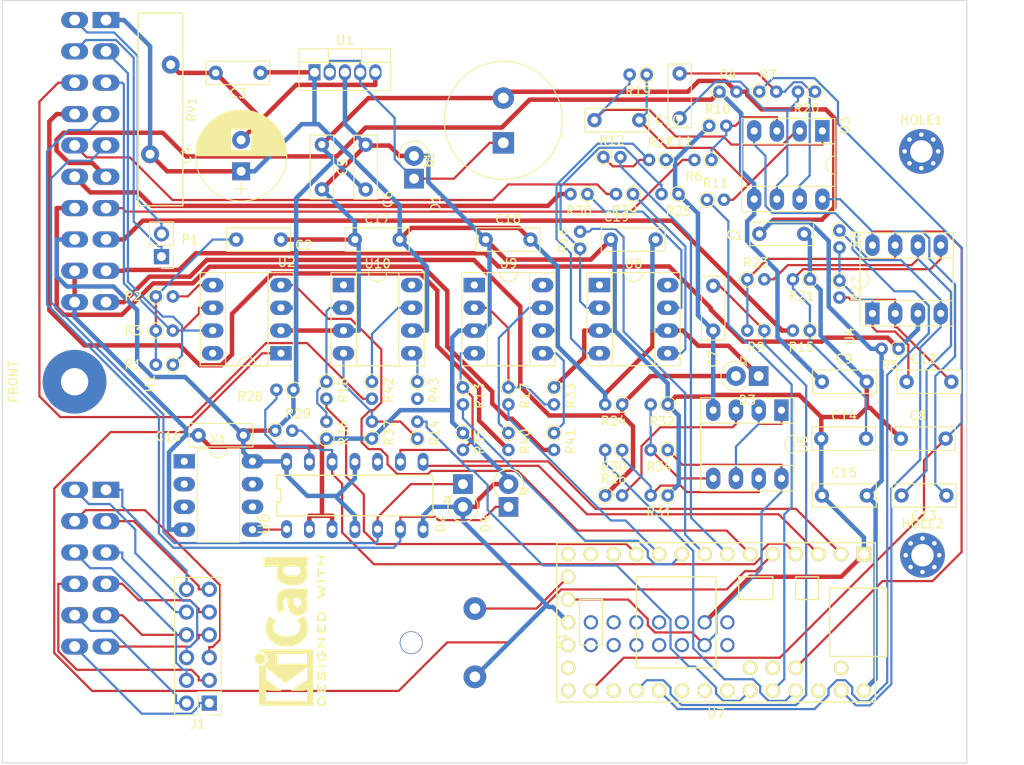
<source format=kicad_pcb>
(kicad_pcb (version 4) (host pcbnew 4.0.7)
  (layers (0 F.Cu signal) (31 B.Cu signal) (35 F.Paste user) (37 F.SilkS user) (39 F.Mask user) (44 Edge.Cuts user))
  (net 0 "")
  (net 1 Earth)
  (net 2 signal_5v_out)
  (net 3 "Net-(C2-Pad2)")
  (net 4 +12V)
  (net 5 A2_oil_pressure)
  (net 6 A0_fuel_level)
  (net 7 fuel_level_in)
  (net 8 "Net-(C10-Pad1)")
  (net 9 "Net-(C10-Pad2)")
  (net 10 "Net-(C11-Pad1)")
  (net 11 "Net-(C11-Pad2)")
  (net 12 "Net-(C12-Pad1)")
  (net 13 "Net-(C12-Pad2)")
  (net 14 "Net-(C13-Pad1)")
  (net 15 "Net-(C13-Pad2)")
  (net 16 "Net-(C14-Pad2)")
  (net 17 "Net-(D1-Pad1)")
  (net 18 ccd+)
  (net 19 alternator_lamp_in)
  (net 20 ccd-)
  (net 21 canl_in)
  (net 22 "Net-(H1-Pad11)")
  (net 23 "Net-(H1-Pad12)")
  (net 24 vss_out)
  (net 25 glowplug_lamp_out)
  (net 26 cruise_set_out)
  (net 27 cruise_res_out)
  (net 28 vss_in)
  (net 29 cruise_enable_out)
  (net 30 oil_pressure_in)
  (net 31 canh_in)
  (net 32 steering_wheel_in)
  (net 33 "Net-(R2-Pad2)")
  (net 34 "Net-(R10-Pad2)")
  (net 35 A3_steering_wheel)
  (net 36 A1_VSS_count)
  (net 37 cruise_set)
  (net 38 cruise_res)
  (net 39 cruise_en)
  (net 40 "Net-(R26-Pad2)")
  (net 41 gp_out)
  (net 42 "Net-(R28-Pad2)")
  (net 43 idle)
  (net 44 "Net-(R30-Pad1)")
  (net 45 alt_sig)
  (net 46 "Net-(R32-Pad2)")
  (net 47 +3V3)
  (net 48 vss_pwm)
  (net 49 agnd)
  (net 50 aref)
  (net 51 "Net-(U5-Pad1)")
  (net 52 "Net-(U6-Pad1)")
  (net 53 rxd)
  (net 54 txd)
  (net 55 "Net-(B1-Pad+)")
  (net 56 can_tx)
  (net 57 can_rx)
  (net 58 "Net-(R12-Pad1)")
  (net 59 "Net-(R13-Pad1)")
  (net 60 "Net-(R14-Pad1)")
  (net 61 misc_out_en)
  (net 62 "Net-(R16-Pad1)")
  (net 63 "Net-(R17-Pad1)")
  (net 64 "Net-(R18-Pad1)")
  (net 65 "Net-(R38-Pad1)")
  (net 66 "Net-(R39-Pad1)")
  (net 67 "Net-(R40-Pad1)")
  (net 68 "Net-(R41-Pad1)")
  (net 69 "Net-(R42-Pad1)")
  (net 70 "Net-(R43-Pad1)")
  (net 71 "Net-(H1-Pad21)")
  (net 72 "Net-(H1-Pad22)")
  (net 73 "Net-(H1-Pad26)")
  (net 74 "Net-(H1-Pad32)")
  (net 75 "Net-(H1-Pad31)")
  (net 76 "Net-(H1-Pad30)")
  (net 77 "Net-(H1-Pad29)")
  (net 78 "Net-(H1-Pad28)")
  (net 79 "Net-(H1-Pad27)")
  (net 80 "Net-(H1-Pad23)")
  (net 81 "Net-(H1-Pad24)")
  (net 82 "Net-(H1-Pad25)")
  (module mx150:modice_ME-MX-32-position (layer F.Cu) (at 33.02 134.62 90)
    (fp_text reference H1 (at 42.3418 16.51 270) (layer F.SilkS))
    (fp_text value Modice_ME-MX_32)
    (fp_text user FRONT (at 42.5196 1.2192 270) (layer F.SilkS))
    (pad 21 thru_hole rect (at 30.48 11.5824 270) (size 1.8 3) (drill 1.2) (layers *.Cu *.Mask) (net 71 "Net-(H1-Pad21)"))
    (pad 22 thru_hole oval (at 26.98 11.5824 270) (size 1.8 3) (drill 1.2) (layers *.Cu *.Mask) (net 72 "Net-(H1-Pad22)"))
    (pad 26 thru_hole oval (at 12.98 11.5824 270) (size 1.8 3) (drill 1.2) (layers *.Cu *.Mask) (net 73 "Net-(H1-Pad26)"))
    (pad 32 thru_hole oval (at 12.98 8.0824 270) (size 1.8 3) (drill 1.2) (layers *.Cu *.Mask) (net 74 "Net-(H1-Pad32)"))
    (pad 31 thru_hole oval (at 16.48 8.0824 270) (size 1.8 3) (drill 1.2) (layers *.Cu *.Mask) (net 75 "Net-(H1-Pad31)"))
    (pad 30 thru_hole oval (at 19.98 8.0824 270) (size 1.8 3) (drill 1.2) (layers *.Cu *.Mask) (net 76 "Net-(H1-Pad30)"))
    (pad 29 thru_hole oval (at 23.48 8.0824 270) (size 1.8 3) (drill 1.2) (layers *.Cu *.Mask) (net 77 "Net-(H1-Pad29)"))
    (pad 28 thru_hole oval (at 26.98 8.0824 270) (size 1.8 3) (drill 1.2) (layers *.Cu *.Mask) (net 78 "Net-(H1-Pad28)"))
    (pad 27 thru_hole oval (at 30.48 8.0824 270) (size 1.8 3) (drill 1.2) (layers *.Cu *.Mask) (net 79 "Net-(H1-Pad27)"))
    (pad 23 thru_hole oval (at 23.48 11.5824 270) (size 1.8 3) (drill 1.2) (layers *.Cu *.Mask) (net 80 "Net-(H1-Pad23)"))
    (pad 24 thru_hole oval (at 19.98 11.5824 270) (size 1.8 3) (drill 1.2) (layers *.Cu *.Mask) (net 81 "Net-(H1-Pad24)"))
    (pad 25 thru_hole oval (at 16.48 11.5824 270) (size 1.8 3) (drill 1.2) (layers *.Cu *.Mask) (net 82 "Net-(H1-Pad25)"))
    (pad 5 thru_hole oval (at 68.931 11.5824 270) (size 1.8 3) (drill 1.2) (layers *.Cu *.Mask) (net 18 ccd+))
    (pad 4 thru_hole oval (at 72.431 11.5824 270) (size 1.8 3) (drill 1.2) (layers *.Cu *.Mask) (net 20 ccd-))
    (pad 3 thru_hole oval (at 75.931 11.5824 270) (size 1.8 3) (drill 1.2) (layers *.Cu *.Mask) (net 21 canl_in))
    (pad 11 thru_hole oval (at 82.931 8.0824 270) (size 1.8 3) (drill 1.2) (layers *.Cu *.Mask) (net 22 "Net-(H1-Pad11)"))
    (pad 12 thru_hole oval (at 79.431 8.0824 270) (size 1.8 3) (drill 1.2) (layers *.Cu *.Mask) (net 23 "Net-(H1-Pad12)"))
    (pad 13 thru_hole oval (at 75.931 8.0824 270) (size 1.8 3) (drill 1.2) (layers *.Cu *.Mask) (net 24 vss_out))
    (pad 14 thru_hole oval (at 72.431 8.0824 270) (size 1.8 3) (drill 1.2) (layers *.Cu *.Mask) (net 25 glowplug_lamp_out))
    (pad 15 thru_hole oval (at 68.931 8.0824 270) (size 1.8 3) (drill 1.2) (layers *.Cu *.Mask) (net 26 cruise_set_out))
    (pad 16 thru_hole oval (at 65.431 8.0824 270) (size 1.8 3) (drill 1.2) (layers *.Cu *.Mask) (net 27 cruise_res_out))
    (pad 6 thru_hole oval (at 65.431 11.5824 270) (size 1.8 3) (drill 1.2) (layers *.Cu *.Mask) (net 7 fuel_level_in))
    (pad 7 thru_hole oval (at 61.931 11.5824 270) (size 1.8 3) (drill 1.2) (layers *.Cu *.Mask) (net 28 vss_in))
    (pad 20 thru_hole oval (at 51.431 8.0824 270) (size 1.8 3) (drill 1.2) (layers *.Cu *.Mask) (net 1 Earth))
    (pad 18 thru_hole oval (at 58.431 8.0824 270) (size 1.8 3) (drill 1.2) (layers *.Cu *.Mask) (net 2 signal_5v_out))
    (pad 17 thru_hole oval (at 61.931 8.0824 270) (size 1.8 3) (drill 1.2) (layers *.Cu *.Mask) (net 29 cruise_enable_out))
    (pad 8 thru_hole oval (at 58.431 11.5824 270) (size 1.8 3) (drill 1.2) (layers *.Cu *.Mask) (net 30 oil_pressure_in))
    (pad 2 thru_hole oval (at 79.431 11.5824 270) (size 1.8 3) (drill 1.2) (layers *.Cu *.Mask) (net 31 canh_in))
    (pad 10 thru_hole oval (at 51.431 11.5824 270) (size 1.8 3) (drill 1.2) (layers *.Cu *.Mask) (net 19 alternator_lamp_in))
    (pad 1 thru_hole rect (at 82.931 11.5824 270) (size 1.8 3) (drill 1.2) (layers *.Cu *.Mask) (net 4 +12V))
    (pad 9 thru_hole oval (at 54.931 11.5824 270) (size 1.8 3) (drill 1.2) (layers *.Cu *.Mask) (net 32 steering_wheel_in))
    (pad 19 thru_hole oval (at 54.931 8.0824 270) (size 1.8 3) (drill 1.2) (layers *.Cu *.Mask) (net 1 Earth))
    (pad "" thru_hole circle (at 42.545 8.0772 90) (size 7.112 7.112) (drill 3.048) (layers *.Cu *.Mask))
  )
  (module Pin_Headers:Pin_Header_Straight_2x06_Pitch2.54mm (layer F.Cu) (at 56.134 127.952 180)
    (fp_text reference J1 (at 1.27 -2.33 180) (layer F.SilkS))
    (fp_text value CONN_01X12)
    (pad 1 thru_hole rect (at 0 0 180) (size 1.7 1.7) (drill 1) (layers *.Cu *.Mask) (net 74 "Net-(H1-Pad32)"))
    (pad 2 thru_hole oval (at 2.54 0 180) (size 1.7 1.7) (drill 1) (layers *.Cu *.Mask) (net 75 "Net-(H1-Pad31)"))
    (pad 3 thru_hole oval (at 0 2.54 180) (size 1.7 1.7) (drill 1) (layers *.Cu *.Mask) (net 76 "Net-(H1-Pad30)"))
    (pad 4 thru_hole oval (at 2.54 2.54 180) (size 1.7 1.7) (drill 1) (layers *.Cu *.Mask) (net 77 "Net-(H1-Pad29)"))
    (pad 5 thru_hole oval (at 0 5.08 180) (size 1.7 1.7) (drill 1) (layers *.Cu *.Mask) (net 78 "Net-(H1-Pad28)"))
    (pad 6 thru_hole oval (at 2.54 5.08 180) (size 1.7 1.7) (drill 1) (layers *.Cu *.Mask) (net 79 "Net-(H1-Pad27)"))
    (pad 7 thru_hole oval (at 0 7.62 180) (size 1.7 1.7) (drill 1) (layers *.Cu *.Mask) (net 73 "Net-(H1-Pad26)"))
    (pad 8 thru_hole oval (at 2.54 7.62 180) (size 1.7 1.7) (drill 1) (layers *.Cu *.Mask) (net 82 "Net-(H1-Pad25)"))
    (pad 9 thru_hole oval (at 0 10.16 180) (size 1.7 1.7) (drill 1) (layers *.Cu *.Mask) (net 81 "Net-(H1-Pad24)"))
    (pad 10 thru_hole oval (at 2.54 10.16 180) (size 1.7 1.7) (drill 1) (layers *.Cu *.Mask) (net 80 "Net-(H1-Pad23)"))
    (pad 11 thru_hole oval (at 0 12.7 180) (size 1.7 1.7) (drill 1) (layers *.Cu *.Mask) (net 72 "Net-(H1-Pad22)"))
    (pad 12 thru_hole oval (at 2.54 12.7 180) (size 1.7 1.7) (drill 1) (layers *.Cu *.Mask) (net 71 "Net-(H1-Pad21)"))
  )
  (module Varistors:RV_Disc_D21.5_W5_P10 (layer F.Cu) (at 49.53 66.675 90)
    (fp_text reference RV1 (at 5 4.65 90) (layer F.SilkS))
    (fp_text value ERZ-V20D220)
    (pad 1 thru_hole circle (at 0 0 90) (size 2 2) (drill 1) (layers *.Cu *.Mask) (net 4 +12V))
    (pad 2 thru_hole circle (at 10 2.3 90) (size 2 2) (drill 1) (layers *.Cu *.Mask) (net 1 Earth))
  )
  (module Capacitors_THT:C_Disc_D7.0mm_W2.5mm_P5.00mm (layer F.Cu) (at 122.555 75.565 180)
    (fp_text reference C1 (at 7.747 -0.127 180) (layer F.SilkS))
    (fp_text value 0.1uF)
    (pad 1 thru_hole circle (at 0 0 180) (size 1.6 1.6) (drill 0.8) (layers *.Cu *.Mask) (net 1 Earth))
    (pad 2 thru_hole circle (at 5 0 180) (size 1.6 1.6) (drill 0.8) (layers *.Cu *.Mask) (net 2 signal_5v_out))
  )
  (module Capacitors_THT:C_Disc_D7.0mm_W2.5mm_P5.00mm (layer F.Cu) (at 64.135 76.2 180)
    (fp_text reference C2 (at -2.54 -0.635 180) (layer F.SilkS))
    (fp_text value 4700pF)
    (pad 1 thru_hole circle (at 0 0 180) (size 1.6 1.6) (drill 0.8) (layers *.Cu *.Mask) (net 1 Earth))
    (pad 2 thru_hole circle (at 5 0 180) (size 1.6 1.6) (drill 0.8) (layers *.Cu *.Mask) (net 3 "Net-(C2-Pad2)"))
  )
  (module Capacitors_THT:C_Disc_D7.0mm_W2.5mm_P5.00mm (layer F.Cu) (at 61.849 57.5945 180)
    (fp_text reference C3 (at 2.5 -2.31 180) (layer F.SilkS))
    (fp_text value 0.1uF)
    (pad 1 thru_hole circle (at 0 0 180) (size 1.6 1.6) (drill 0.8) (layers *.Cu *.Mask) (net 4 +12V))
    (pad 2 thru_hole circle (at 5 0 180) (size 1.6 1.6) (drill 0.8) (layers *.Cu *.Mask) (net 1 Earth))
  )
  (module Capacitors_THT:C_Disc_D7.0mm_W2.5mm_P5.00mm (layer F.Cu) (at 68.707 65.5955 270)
    (fp_text reference C5 (at 2.5 -2.31 270) (layer F.SilkS))
    (fp_text value 100uF)
    (pad 1 thru_hole circle (at 0 0 270) (size 1.6 1.6) (drill 0.8) (layers *.Cu *.Mask) (net 2 signal_5v_out))
    (pad 2 thru_hole circle (at 5 0 270) (size 1.6 1.6) (drill 0.8) (layers *.Cu *.Mask) (net 1 Earth))
  )
  (module Capacitors_THT:C_Disc_D7.0mm_W2.5mm_P5.00mm (layer F.Cu) (at 73.5965 70.612 90)
    (fp_text reference C6 (at -1.0795 2.4765 90) (layer F.SilkS))
    (fp_text value 0.1uF)
    (pad 1 thru_hole circle (at 0 0 90) (size 1.6 1.6) (drill 0.8) (layers *.Cu *.Mask) (net 2 signal_5v_out))
    (pad 2 thru_hole circle (at 5 0 90) (size 1.6 1.6) (drill 0.8) (layers *.Cu *.Mask) (net 1 Earth))
  )
  (module Capacitors_THT:C_Disc_D7.0mm_W2.5mm_P5.00mm (layer F.Cu) (at 112.395 86.36 90)
    (fp_text reference C7 (at -3.175 0 90) (layer F.SilkS))
    (fp_text value 10uF)
    (pad 1 thru_hole circle (at 0 0 90) (size 1.6 1.6) (drill 0.8) (layers *.Cu *.Mask) (net 1 Earth))
    (pad 2 thru_hole circle (at 5 0 90) (size 1.6 1.6) (drill 0.8) (layers *.Cu *.Mask) (net 5 A2_oil_pressure))
  )
  (module Capacitors_THT:C_Disc_D7.0mm_W2.5mm_P5.00mm (layer F.Cu) (at 133.35 98.425)
    (fp_text reference C8 (at 1.905 -2.54) (layer F.SilkS))
    (fp_text value 10uF)
    (pad 1 thru_hole circle (at 0 0) (size 1.6 1.6) (drill 0.8) (layers *.Cu *.Mask) (net 1 Earth))
    (pad 2 thru_hole circle (at 5 0) (size 1.6 1.6) (drill 0.8) (layers *.Cu *.Mask) (net 6 A0_fuel_level))
  )
  (module Capacitors_THT:C_Disc_D7.0mm_W2.5mm_P5.00mm (layer F.Cu) (at 129.54 92.075 180)
    (fp_text reference C9 (at 2.54 2.54 180) (layer F.SilkS))
    (fp_text value 10uF)
    (pad 1 thru_hole circle (at 0 0 180) (size 1.6 1.6) (drill 0.8) (layers *.Cu *.Mask) (net 1 Earth))
    (pad 2 thru_hole circle (at 5 0 180) (size 1.6 1.6) (drill 0.8) (layers *.Cu *.Mask) (net 7 fuel_level_in))
  )
  (module Capacitors_THT:C_Disc_D7.0mm_W2.5mm_P5.00mm (layer F.Cu) (at 104.14 62.865 180)
    (fp_text reference C10 (at -3.175 0 180) (layer F.SilkS))
    (fp_text value 10uF)
    (pad 1 thru_hole circle (at 0 0 180) (size 1.6 1.6) (drill 0.8) (layers *.Cu *.Mask) (net 8 "Net-(C10-Pad1)"))
    (pad 2 thru_hole circle (at 5 0 180) (size 1.6 1.6) (drill 0.8) (layers *.Cu *.Mask) (net 9 "Net-(C10-Pad2)"))
  )
  (module Capacitors_THT:C_Disc_D7.0mm_W2.5mm_P5.00mm (layer F.Cu) (at 108.648 57.658 270)
    (fp_text reference C11 (at 7.62 0 360) (layer F.SilkS))
    (fp_text value 10uF)
    (pad 1 thru_hole circle (at 0 0 270) (size 1.6 1.6) (drill 0.8) (layers *.Cu *.Mask) (net 10 "Net-(C11-Pad1)"))
    (pad 2 thru_hole circle (at 5 0 270) (size 1.6 1.6) (drill 0.8) (layers *.Cu *.Mask) (net 11 "Net-(C11-Pad2)"))
  )
  (module Capacitors_THT:C_Disc_D7.0mm_W2.5mm_P5.00mm (layer F.Cu) (at 133.985 92.075)
    (fp_text reference C12 (at 1.905 -2.54) (layer F.SilkS))
    (fp_text value 10uF)
    (pad 1 thru_hole circle (at 0 0) (size 1.6 1.6) (drill 0.8) (layers *.Cu *.Mask) (net 12 "Net-(C12-Pad1)"))
    (pad 2 thru_hole circle (at 5 0) (size 1.6 1.6) (drill 0.8) (layers *.Cu *.Mask) (net 13 "Net-(C12-Pad2)"))
  )
  (module Capacitors_THT:C_Disc_D7.0mm_W2.5mm_P5.00mm (layer F.Cu) (at 138.43 104.775 180)
    (fp_text reference C13 (at 2.5 -2.31 180) (layer F.SilkS))
    (fp_text value 10uF)
    (pad 1 thru_hole circle (at 0 0 180) (size 1.6 1.6) (drill 0.8) (layers *.Cu *.Mask) (net 14 "Net-(C13-Pad1)"))
    (pad 2 thru_hole circle (at 5 0 180) (size 1.6 1.6) (drill 0.8) (layers *.Cu *.Mask) (net 15 "Net-(C13-Pad2)"))
  )
  (module Capacitors_THT:C_Disc_D7.0mm_W2.5mm_P5.00mm (layer F.Cu) (at 124.46 98.425)
    (fp_text reference C14 (at 2.54 -2.54) (layer F.SilkS))
    (fp_text value 10uF)
    (pad 1 thru_hole circle (at 0 0) (size 1.6 1.6) (drill 0.8) (layers *.Cu *.Mask) (net 1 Earth))
    (pad 2 thru_hole circle (at 5 0) (size 1.6 1.6) (drill 0.8) (layers *.Cu *.Mask) (net 16 "Net-(C14-Pad2)"))
  )
  (module Capacitors_THT:C_Disc_D7.0mm_W2.5mm_P5.00mm (layer F.Cu) (at 129.54 104.775 180)
    (fp_text reference C15 (at 2.54 2.54 180) (layer F.SilkS))
    (fp_text value C)
    (pad 1 thru_hole circle (at 0 0 180) (size 1.6 1.6) (drill 0.8) (layers *.Cu *.Mask) (net 2 signal_5v_out))
    (pad 2 thru_hole circle (at 5 0 180) (size 1.6 1.6) (drill 0.8) (layers *.Cu *.Mask) (net 1 Earth))
  )
  (module Capacitors_THT:C_Disc_D7.0mm_W2.5mm_P5.00mm (layer F.Cu) (at 59.944 98.044 180)
    (fp_text reference C16 (at 8.382 -0.127 180) (layer F.SilkS))
    (fp_text value C)
    (pad 1 thru_hole circle (at 0 0 180) (size 1.6 1.6) (drill 0.8) (layers *.Cu *.Mask) (net 2 signal_5v_out))
    (pad 2 thru_hole circle (at 5 0 180) (size 1.6 1.6) (drill 0.8) (layers *.Cu *.Mask) (net 1 Earth))
  )
  (module Resistors_THT:R_Axial_DIN0204_L3.6mm_D1.6mm_P1.90mm_Vertical (layer F.Cu) (at 52.07 90.17 180)
    (fp_text reference R1 (at 4.445 0 180) (layer F.SilkS))
    (fp_text value 60)
    (pad 1 thru_hole circle (at 0 0 180) (size 1.4 1.4) (drill 0.7) (layers *.Cu *.Mask) (net 31 canh_in))
    (pad 2 thru_hole oval (at 1.9 0 180) (size 1.4 1.4) (drill 0.7) (layers *.Cu *.Mask) (net 3 "Net-(C2-Pad2)"))
  )
  (module Resistors_THT:R_Axial_DIN0204_L3.6mm_D1.6mm_P1.90mm_Vertical (layer F.Cu) (at 50.165 82.55)
    (fp_text reference R2 (at -2.54 0) (layer F.SilkS))
    (fp_text value 300)
    (pad 1 thru_hole circle (at 0 0) (size 1.4 1.4) (drill 0.7) (layers *.Cu *.Mask) (net 3 "Net-(C2-Pad2)"))
    (pad 2 thru_hole oval (at 1.9 0) (size 1.4 1.4) (drill 0.7) (layers *.Cu *.Mask) (net 33 "Net-(R2-Pad2)"))
  )
  (module Resistors_THT:R_Axial_DIN0204_L3.6mm_D1.6mm_P1.90mm_Vertical (layer F.Cu) (at 50.165 86.36)
    (fp_text reference R3 (at -2.54 0) (layer F.SilkS))
    (fp_text value 60)
    (pad 1 thru_hole circle (at 0 0) (size 1.4 1.4) (drill 0.7) (layers *.Cu *.Mask) (net 3 "Net-(C2-Pad2)"))
    (pad 2 thru_hole oval (at 1.9 0) (size 1.4 1.4) (drill 0.7) (layers *.Cu *.Mask) (net 21 canl_in))
  )
  (module Resistors_THT:R_Axial_DIN0204_L3.6mm_D1.6mm_P1.90mm_Vertical (layer F.Cu) (at 113.094 59.69)
    (fp_text reference R4 (at 0.95 -1.86) (layer F.SilkS))
    (fp_text value 130)
    (pad 1 thru_hole circle (at 0 0) (size 1.4 1.4) (drill 0.7) (layers *.Cu *.Mask) (net 7 fuel_level_in))
    (pad 2 thru_hole oval (at 1.9 0) (size 1.4 1.4) (drill 0.7) (layers *.Cu *.Mask) (net 2 signal_5v_out))
  )
  (module Resistors_THT:R_Axial_DIN0204_L3.6mm_D1.6mm_P1.90mm_Vertical (layer F.Cu) (at 133.096 88.392 180)
    (fp_text reference R5 (at 0.95 -1.86 180) (layer F.SilkS))
    (fp_text value 130)
    (pad 1 thru_hole circle (at 0 0 180) (size 1.4 1.4) (drill 0.7) (layers *.Cu *.Mask) (net 32 steering_wheel_in))
    (pad 2 thru_hole oval (at 1.9 0 180) (size 1.4 1.4) (drill 0.7) (layers *.Cu *.Mask) (net 2 signal_5v_out))
  )
  (module Resistors_THT:R_Axial_DIN0204_L3.6mm_D1.6mm_P1.90mm_Vertical (layer F.Cu) (at 112.204 67.31 180)
    (fp_text reference R6 (at 1.9685 -1.8415 180) (layer F.SilkS))
    (fp_text value 560)
    (pad 1 thru_hole circle (at 0 0 180) (size 1.4 1.4) (drill 0.7) (layers *.Cu *.Mask) (net 34 "Net-(R10-Pad2)"))
    (pad 2 thru_hole oval (at 1.9 0 180) (size 1.4 1.4) (drill 0.7) (layers *.Cu *.Mask) (net 28 vss_in))
  )
  (module Resistors_THT:R_Axial_DIN0204_L3.6mm_D1.6mm_P1.90mm_Vertical (layer F.Cu) (at 117.538 59.69)
    (fp_text reference R7 (at 0.95 -1.86) (layer F.SilkS))
    (fp_text value 1k)
    (pad 1 thru_hole circle (at 0 0) (size 1.4 1.4) (drill 0.7) (layers *.Cu *.Mask) (net 6 A0_fuel_level))
    (pad 2 thru_hole oval (at 1.9 0) (size 1.4 1.4) (drill 0.7) (layers *.Cu *.Mask) (net 10 "Net-(C11-Pad1)"))
  )
  (module Resistors_THT:R_Axial_DIN0204_L3.6mm_D1.6mm_P1.90mm_Vertical (layer F.Cu) (at 126.492 75.184 270)
    (fp_text reference R8 (at 0.95 -1.86 270) (layer F.SilkS))
    (fp_text value 1k)
    (pad 1 thru_hole circle (at 0 0 270) (size 1.4 1.4) (drill 0.7) (layers *.Cu *.Mask) (net 35 A3_steering_wheel))
    (pad 2 thru_hole oval (at 1.9 0 270) (size 1.4 1.4) (drill 0.7) (layers *.Cu *.Mask) (net 12 "Net-(C12-Pad1)"))
  )
  (module Resistors_THT:R_Axial_DIN0204_L3.6mm_D1.6mm_P1.90mm_Vertical (layer F.Cu) (at 118.11 86.36 180)
    (fp_text reference R9 (at 0.95 -1.86 180) (layer F.SilkS))
    (fp_text value 1k)
    (pad 1 thru_hole circle (at 0 0 180) (size 1.4 1.4) (drill 0.7) (layers *.Cu *.Mask) (net 5 A2_oil_pressure))
    (pad 2 thru_hole oval (at 1.9 0 180) (size 1.4 1.4) (drill 0.7) (layers *.Cu *.Mask) (net 14 "Net-(C13-Pad1)"))
  )
  (module Resistors_THT:R_Axial_DIN0204_L3.6mm_D1.6mm_P1.90mm_Vertical (layer F.Cu) (at 111.95 63.5)
    (fp_text reference R10 (at 0.95 -1.86) (layer F.SilkS))
    (fp_text value 1k)
    (pad 1 thru_hole circle (at 0 0) (size 1.4 1.4) (drill 0.7) (layers *.Cu *.Mask) (net 1 Earth))
    (pad 2 thru_hole oval (at 1.9 0) (size 1.4 1.4) (drill 0.7) (layers *.Cu *.Mask) (net 34 "Net-(R10-Pad2)"))
  )
  (module Resistors_THT:R_Axial_DIN0204_L3.6mm_D1.6mm_P1.90mm_Vertical (layer F.Cu) (at 111.696 71.755)
    (fp_text reference R11 (at 0.95 -1.86) (layer F.SilkS))
    (fp_text value 1k)
    (pad 1 thru_hole circle (at 0 0) (size 1.4 1.4) (drill 0.7) (layers *.Cu *.Mask) (net 36 A1_VSS_count))
    (pad 2 thru_hole oval (at 1.9 0) (size 1.4 1.4) (drill 0.7) (layers *.Cu *.Mask) (net 8 "Net-(C10-Pad1)"))
  )
  (module Resistors_THT:R_Axial_DIN0204_L3.6mm_D1.6mm_P1.90mm_Vertical (layer F.Cu) (at 100.14 66.9925)
    (fp_text reference R12 (at 0.95 -1.86) (layer F.SilkS))
    (fp_text value 20)
    (pad 1 thru_hole circle (at 0 0) (size 1.4 1.4) (drill 0.7) (layers *.Cu *.Mask) (net 58 "Net-(R12-Pad1)"))
    (pad 2 thru_hole oval (at 1.9 0) (size 1.4 1.4) (drill 0.7) (layers *.Cu *.Mask) (net 37 cruise_set))
  )
  (module Resistors_THT:R_Axial_DIN0204_L3.6mm_D1.6mm_P1.90mm_Vertical (layer F.Cu) (at 84.455 92.71 270)
    (fp_text reference R13 (at 0.95 -1.86 270) (layer F.SilkS))
    (fp_text value 20)
    (pad 1 thru_hole circle (at 0 0 270) (size 1.4 1.4) (drill 0.7) (layers *.Cu *.Mask) (net 59 "Net-(R13-Pad1)"))
    (pad 2 thru_hole oval (at 1.9 0 270) (size 1.4 1.4) (drill 0.7) (layers *.Cu *.Mask) (net 39 cruise_en))
  )
  (module Resistors_THT:R_Axial_DIN0204_L3.6mm_D1.6mm_P1.90mm_Vertical (layer F.Cu) (at 79.375 98.425 90)
    (fp_text reference R14 (at 0.635 1.905 90) (layer F.SilkS))
    (fp_text value 20)
    (pad 1 thru_hole circle (at 0 0 90) (size 1.4 1.4) (drill 0.7) (layers *.Cu *.Mask) (net 60 "Net-(R14-Pad1)"))
    (pad 2 thru_hole oval (at 1.9 0 90) (size 1.4 1.4) (drill 0.7) (layers *.Cu *.Mask) (net 61 misc_out_en))
  )
  (module Resistors_THT:R_Axial_DIN0204_L3.6mm_D1.6mm_P1.90mm_Vertical (layer F.Cu) (at 123.19 86.36 180)
    (fp_text reference R15 (at 0.95 -1.86 180) (layer F.SilkS))
    (fp_text value 560)
    (pad 1 thru_hole circle (at 0 0 180) (size 1.4 1.4) (drill 0.7) (layers *.Cu *.Mask) (net 16 "Net-(C14-Pad2)"))
    (pad 2 thru_hole oval (at 1.9 0 180) (size 1.4 1.4) (drill 0.7) (layers *.Cu *.Mask) (net 30 oil_pressure_in))
  )
  (module Resistors_THT:R_Axial_DIN0204_L3.6mm_D1.6mm_P1.90mm_Vertical (layer F.Cu) (at 97.536 77.216 90)
    (fp_text reference R16 (at 0.95 -1.86 90) (layer F.SilkS))
    (fp_text value 20)
    (pad 1 thru_hole circle (at 0 0 90) (size 1.4 1.4) (drill 0.7) (layers *.Cu *.Mask) (net 62 "Net-(R16-Pad1)"))
    (pad 2 thru_hole oval (at 1.9 0 90) (size 1.4 1.4) (drill 0.7) (layers *.Cu *.Mask) (net 38 cruise_res))
  )
  (module Resistors_THT:R_Axial_DIN0204_L3.6mm_D1.6mm_P1.90mm_Vertical (layer F.Cu) (at 89.535 92.71 270)
    (fp_text reference R17 (at 0.95 -1.86 270) (layer F.SilkS))
    (fp_text value 20)
    (pad 1 thru_hole circle (at 0 0 270) (size 1.4 1.4) (drill 0.7) (layers *.Cu *.Mask) (net 63 "Net-(R17-Pad1)"))
    (pad 2 thru_hole oval (at 1.9 0 270) (size 1.4 1.4) (drill 0.7) (layers *.Cu *.Mask) (net 41 gp_out))
  )
  (module Resistors_THT:R_Axial_DIN0204_L3.6mm_D1.6mm_P1.90mm_Vertical (layer F.Cu) (at 69.215 92.075 270)
    (fp_text reference R18 (at 0.95 -1.86 270) (layer F.SilkS))
    (fp_text value 20)
    (pad 1 thru_hole circle (at 0 0 270) (size 1.4 1.4) (drill 0.7) (layers *.Cu *.Mask) (net 64 "Net-(R18-Pad1)"))
    (pad 2 thru_hole oval (at 1.9 0 270) (size 1.4 1.4) (drill 0.7) (layers *.Cu *.Mask) (net 48 vss_pwm))
  )
  (module Resistors_THT:R_Axial_DIN0204_L3.6mm_D1.6mm_P1.90mm_Vertical (layer F.Cu) (at 104.966 57.785 180)
    (fp_text reference R19 (at 0.95 -1.86 180) (layer F.SilkS))
    (fp_text value 1k)
    (pad 1 thru_hole circle (at 0 0 180) (size 1.4 1.4) (drill 0.7) (layers *.Cu *.Mask) (net 8 "Net-(C10-Pad1)"))
    (pad 2 thru_hole oval (at 1.9 0 180) (size 1.4 1.4) (drill 0.7) (layers *.Cu *.Mask) (net 9 "Net-(C10-Pad2)"))
  )
  (module Resistors_THT:R_Axial_DIN0204_L3.6mm_D1.6mm_P1.90mm_Vertical (layer F.Cu) (at 123.762 59.69 180)
    (fp_text reference R20 (at 0.95 -1.86 180) (layer F.SilkS))
    (fp_text value 1k)
    (pad 1 thru_hole circle (at 0 0 180) (size 1.4 1.4) (drill 0.7) (layers *.Cu *.Mask) (net 10 "Net-(C11-Pad1)"))
    (pad 2 thru_hole oval (at 1.9 0 180) (size 1.4 1.4) (drill 0.7) (layers *.Cu *.Mask) (net 11 "Net-(C11-Pad2)"))
  )
  (module Resistors_THT:R_Axial_DIN0204_L3.6mm_D1.6mm_P1.90mm_Vertical (layer F.Cu) (at 123.19 80.645 180)
    (fp_text reference R21 (at 0.95 -1.86 180) (layer F.SilkS))
    (fp_text value 1k)
    (pad 1 thru_hole circle (at 0 0 180) (size 1.4 1.4) (drill 0.7) (layers *.Cu *.Mask) (net 1 Earth))
    (pad 2 thru_hole oval (at 1.9 0 180) (size 1.4 1.4) (drill 0.7) (layers *.Cu *.Mask) (net 16 "Net-(C14-Pad2)"))
  )
  (module Resistors_THT:R_Axial_DIN0204_L3.6mm_D1.6mm_P1.90mm_Vertical (layer F.Cu) (at 126.492 80.772 270)
    (fp_text reference R22 (at 0.95 -1.86 270) (layer F.SilkS))
    (fp_text value 1k)
    (pad 1 thru_hole circle (at 0 0 270) (size 1.4 1.4) (drill 0.7) (layers *.Cu *.Mask) (net 12 "Net-(C12-Pad1)"))
    (pad 2 thru_hole oval (at 1.9 0 270) (size 1.4 1.4) (drill 0.7) (layers *.Cu *.Mask) (net 13 "Net-(C12-Pad2)"))
  )
  (module Resistors_THT:R_Axial_DIN0204_L3.6mm_D1.6mm_P1.90mm_Vertical (layer F.Cu) (at 116.205 80.645)
    (fp_text reference R23 (at 0.95 -1.86) (layer F.SilkS))
    (fp_text value 1k)
    (pad 1 thru_hole circle (at 0 0) (size 1.4 1.4) (drill 0.7) (layers *.Cu *.Mask) (net 14 "Net-(C13-Pad1)"))
    (pad 2 thru_hole oval (at 1.9 0) (size 1.4 1.4) (drill 0.7) (layers *.Cu *.Mask) (net 15 "Net-(C13-Pad2)"))
  )
  (module Resistors_THT:R_Axial_DIN0204_L3.6mm_D1.6mm_P1.90mm_Vertical (layer F.Cu) (at 102.235 94.615 180)
    (fp_text reference R24 (at 0.95 -1.86 180) (layer F.SilkS))
    (fp_text value 10k)
    (pad 1 thru_hole circle (at 0 0 180) (size 1.4 1.4) (drill 0.7) (layers *.Cu *.Mask) (net 19 alternator_lamp_in))
    (pad 2 thru_hole oval (at 1.9 0 180) (size 1.4 1.4) (drill 0.7) (layers *.Cu *.Mask) (net 4 +12V))
  )
  (module Resistors_THT:R_Axial_DIN0204_L3.6mm_D1.6mm_P1.90mm_Vertical (layer F.Cu) (at 108.522 71.12 180)
    (fp_text reference R25 (at 0 -1.905 180) (layer F.SilkS))
    (fp_text value 1k)
    (pad 1 thru_hole circle (at 0 0 180) (size 1.4 1.4) (drill 0.7) (layers *.Cu *.Mask) (net 1 Earth))
    (pad 2 thru_hole oval (at 1.9 0 180) (size 1.4 1.4) (drill 0.7) (layers *.Cu *.Mask) (net 62 "Net-(R16-Pad1)"))
  )
  (module Resistors_THT:R_Axial_DIN0204_L3.6mm_D1.6mm_P1.90mm_Vertical (layer F.Cu) (at 100.33 104.775)
    (fp_text reference R26 (at 0.95 -1.86) (layer F.SilkS))
    (fp_text value 10k)
    (pad 1 thru_hole circle (at 0 0) (size 1.4 1.4) (drill 0.7) (layers *.Cu *.Mask) (net 19 alternator_lamp_in))
    (pad 2 thru_hole oval (at 1.9 0) (size 1.4 1.4) (drill 0.7) (layers *.Cu *.Mask) (net 40 "Net-(R26-Pad2)"))
  )
  (module Resistors_THT:R_Axial_DIN0204_L3.6mm_D1.6mm_P1.90mm_Vertical (layer F.Cu) (at 107.124 67.31 180)
    (fp_text reference R27 (at 0.635 1.905 180) (layer F.SilkS))
    (fp_text value 1k)
    (pad 1 thru_hole circle (at 0 0 180) (size 1.4 1.4) (drill 0.7) (layers *.Cu *.Mask) (net 1 Earth))
    (pad 2 thru_hole oval (at 1.9 0 180) (size 1.4 1.4) (drill 0.7) (layers *.Cu *.Mask) (net 58 "Net-(R12-Pad1)"))
  )
  (module Resistors_THT:R_Axial_DIN0204_L3.6mm_D1.6mm_P1.90mm_Vertical (layer F.Cu) (at 65.532 92.964 180)
    (fp_text reference R28 (at 4.826 -0.762 180) (layer F.SilkS))
    (fp_text value 10k)
    (pad 1 thru_hole circle (at 0 0 180) (size 1.4 1.4) (drill 0.7) (layers *.Cu *.Mask) (net 2 signal_5v_out))
    (pad 2 thru_hole oval (at 1.9 0 180) (size 1.4 1.4) (drill 0.7) (layers *.Cu *.Mask) (net 42 "Net-(R28-Pad2)"))
  )
  (module Resistors_THT:R_Axial_DIN0204_L3.6mm_D1.6mm_P1.90mm_Vertical (layer F.Cu) (at 63.5 97.536)
    (fp_text reference R29 (at 2.54 -1.905) (layer F.SilkS))
    (fp_text value 10k)
    (pad 1 thru_hole circle (at 0 0) (size 1.4 1.4) (drill 0.7) (layers *.Cu *.Mask) (net 2 signal_5v_out))
    (pad 2 thru_hole oval (at 1.9 0) (size 1.4 1.4) (drill 0.7) (layers *.Cu *.Mask) (net 43 idle))
  )
  (module Resistors_THT:R_Axial_DIN0204_L3.6mm_D1.6mm_P1.90mm_Vertical (layer F.Cu) (at 102.235 99.695 180)
    (fp_text reference R30 (at 0.95 -1.86 180) (layer F.SilkS))
    (fp_text value 1k)
    (pad 1 thru_hole circle (at 0 0 180) (size 1.4 1.4) (drill 0.7) (layers *.Cu *.Mask) (net 44 "Net-(R30-Pad1)"))
    (pad 2 thru_hole oval (at 1.9 0 180) (size 1.4 1.4) (drill 0.7) (layers *.Cu *.Mask) (net 45 alt_sig))
  )
  (module Resistors_THT:R_Axial_DIN0204_L3.6mm_D1.6mm_P1.90mm_Vertical (layer F.Cu) (at 107.315 104.775 180)
    (fp_text reference R31 (at 0.95 -1.86 180) (layer F.SilkS))
    (fp_text value 1k)
    (pad 1 thru_hole circle (at 0 0 180) (size 1.4 1.4) (drill 0.7) (layers *.Cu *.Mask) (net 1 Earth))
    (pad 2 thru_hole oval (at 1.9 0 180) (size 1.4 1.4) (drill 0.7) (layers *.Cu *.Mask) (net 44 "Net-(R30-Pad1)"))
  )
  (module Resistors_THT:R_Axial_DIN0204_L3.6mm_D1.6mm_P1.90mm_Vertical (layer F.Cu) (at 107.315 94.615 180)
    (fp_text reference R32 (at 0.635 -1.905 180) (layer F.SilkS))
    (fp_text value 37k)
    (pad 1 thru_hole circle (at 0 0 180) (size 1.4 1.4) (drill 0.7) (layers *.Cu *.Mask) (net 1 Earth))
    (pad 2 thru_hole oval (at 1.9 0 180) (size 1.4 1.4) (drill 0.7) (layers *.Cu *.Mask) (net 46 "Net-(R32-Pad2)"))
  )
  (module Resistors_THT:R_Axial_DIN0204_L3.6mm_D1.6mm_P1.90mm_Vertical (layer F.Cu) (at 94.615 92.71 270)
    (fp_text reference R33 (at 0.95 -1.86 270) (layer F.SilkS))
    (fp_text value 1k)
    (pad 1 thru_hole circle (at 0 0 270) (size 1.4 1.4) (drill 0.7) (layers *.Cu *.Mask) (net 1 Earth))
    (pad 2 thru_hole oval (at 1.9 0 270) (size 1.4 1.4) (drill 0.7) (layers *.Cu *.Mask) (net 63 "Net-(R17-Pad1)"))
  )
  (module Resistors_THT:R_Axial_DIN0204_L3.6mm_D1.6mm_P1.90mm_Vertical (layer F.Cu) (at 107.315 99.695 180)
    (fp_text reference R34 (at 0.95 -1.86 180) (layer F.SilkS))
    (fp_text value 15k)
    (pad 1 thru_hole circle (at 0 0 180) (size 1.4 1.4) (drill 0.7) (layers *.Cu *.Mask) (net 47 +3V3))
    (pad 2 thru_hole oval (at 1.9 0 180) (size 1.4 1.4) (drill 0.7) (layers *.Cu *.Mask) (net 46 "Net-(R32-Pad2)"))
  )
  (module Resistors_THT:R_Axial_DIN0204_L3.6mm_D1.6mm_P1.90mm_Vertical (layer F.Cu) (at 84.455 97.79 270)
    (fp_text reference R35 (at 0.95 -1.86 270) (layer F.SilkS))
    (fp_text value 1k)
    (pad 1 thru_hole circle (at 0 0 270) (size 1.4 1.4) (drill 0.7) (layers *.Cu *.Mask) (net 1 Earth))
    (pad 2 thru_hole oval (at 1.9 0 270) (size 1.4 1.4) (drill 0.7) (layers *.Cu *.Mask) (net 59 "Net-(R13-Pad1)"))
  )
  (module Housings_DIP:DIP-8_W7.62mm_Socket_LongPads (layer F.Cu) (at 64.135 88.9 180)
    (fp_text reference U2 (at -0.635 10.16 180) (layer F.SilkS))
    (fp_text value MCP2561)
    (pad 1 thru_hole rect (at 0 0 180) (size 2.4 1.6) (drill 0.8) (layers *.Cu *.Mask) (net 56 can_tx))
    (pad 5 thru_hole oval (at 7.62 7.62 180) (size 2.4 1.6) (drill 0.8) (layers *.Cu *.Mask) (net 33 "Net-(R2-Pad2)"))
    (pad 2 thru_hole oval (at 0 2.54 180) (size 2.4 1.6) (drill 0.8) (layers *.Cu *.Mask) (net 1 Earth))
    (pad 6 thru_hole oval (at 7.62 5.08 180) (size 2.4 1.6) (drill 0.8) (layers *.Cu *.Mask) (net 21 canl_in))
    (pad 3 thru_hole oval (at 0 5.08 180) (size 2.4 1.6) (drill 0.8) (layers *.Cu *.Mask) (net 2 signal_5v_out))
    (pad 7 thru_hole oval (at 7.62 2.54 180) (size 2.4 1.6) (drill 0.8) (layers *.Cu *.Mask) (net 31 canh_in))
    (pad 4 thru_hole oval (at 0 7.62 180) (size 2.4 1.6) (drill 0.8) (layers *.Cu *.Mask) (net 57 can_rx))
    (pad 8 thru_hole oval (at 7.62 0 180) (size 2.4 1.6) (drill 0.8) (layers *.Cu *.Mask))
  )
  (module Housings_DIP:DIP-8_W7.62mm_Socket_LongPads (layer F.Cu) (at 124.587 64.0715 270)
    (fp_text reference U3 (at -0.635 -2.54 270) (layer F.SilkS))
    (fp_text value MCP6002)
    (pad 1 thru_hole rect (at 0 0 270) (size 2.4 1.6) (drill 0.8) (layers *.Cu *.Mask) (net 8 "Net-(C10-Pad1)"))
    (pad 5 thru_hole oval (at 7.62 7.62 270) (size 2.4 1.6) (drill 0.8) (layers *.Cu *.Mask) (net 7 fuel_level_in))
    (pad 2 thru_hole oval (at 0 2.54 270) (size 2.4 1.6) (drill 0.8) (layers *.Cu *.Mask) (net 9 "Net-(C10-Pad2)"))
    (pad 6 thru_hole oval (at 7.62 5.08 270) (size 2.4 1.6) (drill 0.8) (layers *.Cu *.Mask) (net 11 "Net-(C11-Pad2)"))
    (pad 3 thru_hole oval (at 0 5.08 270) (size 2.4 1.6) (drill 0.8) (layers *.Cu *.Mask) (net 34 "Net-(R10-Pad2)"))
    (pad 7 thru_hole oval (at 7.62 2.54 270) (size 2.4 1.6) (drill 0.8) (layers *.Cu *.Mask) (net 10 "Net-(C11-Pad1)"))
    (pad 4 thru_hole oval (at 0 7.62 270) (size 2.4 1.6) (drill 0.8) (layers *.Cu *.Mask) (net 49 agnd))
    (pad 8 thru_hole oval (at 7.62 0 270) (size 2.4 1.6) (drill 0.8) (layers *.Cu *.Mask) (net 50 aref))
  )
  (module Housings_DIP:DIP-8_W7.62mm_Socket_LongPads (layer F.Cu) (at 130.175 84.455 90)
    (fp_text reference U4 (at -2.54 -2.54 90) (layer F.SilkS))
    (fp_text value MCP6002)
    (pad 1 thru_hole rect (at 0 0 90) (size 2.4 1.6) (drill 0.8) (layers *.Cu *.Mask) (net 12 "Net-(C12-Pad1)"))
    (pad 5 thru_hole oval (at 7.62 7.62 90) (size 2.4 1.6) (drill 0.8) (layers *.Cu *.Mask) (net 16 "Net-(C14-Pad2)"))
    (pad 2 thru_hole oval (at 0 2.54 90) (size 2.4 1.6) (drill 0.8) (layers *.Cu *.Mask) (net 13 "Net-(C12-Pad2)"))
    (pad 6 thru_hole oval (at 7.62 5.08 90) (size 2.4 1.6) (drill 0.8) (layers *.Cu *.Mask) (net 15 "Net-(C13-Pad2)"))
    (pad 3 thru_hole oval (at 0 5.08 90) (size 2.4 1.6) (drill 0.8) (layers *.Cu *.Mask) (net 32 steering_wheel_in))
    (pad 7 thru_hole oval (at 7.62 2.54 90) (size 2.4 1.6) (drill 0.8) (layers *.Cu *.Mask) (net 14 "Net-(C13-Pad1)"))
    (pad 4 thru_hole oval (at 0 7.62 90) (size 2.4 1.6) (drill 0.8) (layers *.Cu *.Mask) (net 49 agnd))
    (pad 8 thru_hole oval (at 7.62 0 90) (size 2.4 1.6) (drill 0.8) (layers *.Cu *.Mask) (net 50 aref))
  )
  (module Housings_DIP:DIP-8_W7.62mm_Socket_LongPads (layer F.Cu) (at 120.015 95.25 270)
    (fp_text reference U5 (at 3.81 -2.39 270) (layer F.SilkS))
    (fp_text value MCP6002)
    (pad 1 thru_hole rect (at 0 0 270) (size 2.4 1.6) (drill 0.8) (layers *.Cu *.Mask) (net 51 "Net-(U5-Pad1)"))
    (pad 5 thru_hole oval (at 7.62 7.62 270) (size 2.4 1.6) (drill 0.8) (layers *.Cu *.Mask) (net 46 "Net-(R32-Pad2)"))
    (pad 2 thru_hole oval (at 0 2.54 270) (size 2.4 1.6) (drill 0.8) (layers *.Cu *.Mask) (net 51 "Net-(U5-Pad1)"))
    (pad 6 thru_hole oval (at 7.62 5.08 270) (size 2.4 1.6) (drill 0.8) (layers *.Cu *.Mask) (net 51 "Net-(U5-Pad1)"))
    (pad 3 thru_hole oval (at 0 5.08 270) (size 2.4 1.6) (drill 0.8) (layers *.Cu *.Mask) (net 40 "Net-(R26-Pad2)"))
    (pad 7 thru_hole oval (at 7.62 2.54 270) (size 2.4 1.6) (drill 0.8) (layers *.Cu *.Mask) (net 44 "Net-(R30-Pad1)"))
    (pad 4 thru_hole oval (at 0 7.62 270) (size 2.4 1.6) (drill 0.8) (layers *.Cu *.Mask) (net 1 Earth))
    (pad 8 thru_hole oval (at 7.62 0 270) (size 2.4 1.6) (drill 0.8) (layers *.Cu *.Mask) (net 47 +3V3))
  )
  (module CDP68HC68S1:CDP68HC68S1 (layer F.Cu) (at 72.39 104.775)
    (fp_text reference U6 (at -10.16 3.175 90) (layer F.SilkS) (effects (font (size 1.2 1.2))))
    (fp_text value CDP68HC68S1)
    (pad 14 thru_hole oval (at -7.62 -3.76) (size 1.2 2) (drill 0.8) (layers *.Cu *.Mask) (net 2 signal_5v_out))
    (pad 1 thru_hole oval (at -7.62 3.76) (size 1.2 2) (drill 0.8) (layers *.Cu *.Mask) (net 52 "Net-(U6-Pad1)"))
    (pad 13 thru_hole oval (at -5.08 -3.76) (size 1.2 2) (drill 0.8) (layers *.Cu *.Mask) (net 42 "Net-(R28-Pad2)"))
    (pad 2 thru_hole oval (at -5.08 3.76) (size 1.2 2) (drill 0.8) (layers *.Cu *.Mask) (net 1 Earth))
    (pad 12 thru_hole oval (at -2.54 -3.76) (size 1.2 2) (drill 0.8) (layers *.Cu *.Mask) (net 43 idle))
    (pad 3 thru_hole oval (at -2.54 3.76) (size 1.2 2) (drill 0.8) (layers *.Cu *.Mask) (net 1 Earth))
    (pad 11 thru_hole oval (at 0 -3.76) (size 1.2 2) (drill 0.8) (layers *.Cu *.Mask) (net 2 signal_5v_out))
    (pad 4 thru_hole oval (at 0 3.76) (size 1.2 2) (drill 0.8) (layers *.Cu *.Mask) (net 2 signal_5v_out))
    (pad 10 thru_hole oval (at 2.54 -3.76) (size 1.2 2) (drill 0.8) (layers *.Cu *.Mask))
    (pad 5 thru_hole oval (at 2.54 3.76) (size 1.2 2) (drill 0.8) (layers *.Cu *.Mask) (net 18 ccd+))
    (pad 9 thru_hole oval (at 5.08 -3.76) (size 1.2 2) (drill 0.8) (layers *.Cu *.Mask) (net 53 rxd))
    (pad 6 thru_hole oval (at 5.08 3.76) (size 1.2 2) (drill 0.8) (layers *.Cu *.Mask) (net 20 ccd-))
    (pad 8 thru_hole oval (at 7.62 -3.76) (size 1.2 2) (drill 0.8) (layers *.Cu *.Mask) (net 54 txd))
    (pad 7 thru_hole oval (at 7.62 3.76) (size 1.2 2) (drill 0.8) (layers *.Cu *.Mask) (net 1 Earth))
  )
  (module Teensy:Teensy30_31_32_LC (layer F.Cu) (at 112.712 118.936 180)
    (fp_text reference U7 (at 0 -10.16 180) (layer F.SilkS))
    (fp_text value Teensy3.2)
    (pad 17 thru_hole circle (at 16.51 0 180) (size 1.6 1.6) (drill 1.1) (layers *.Cu *.Mask F.SilkS) (net 1 Earth))
    (pad 18 thru_hole circle (at 16.51 -2.54 180) (size 1.6 1.6) (drill 1.1) (layers *.Cu *.Mask F.SilkS))
    (pad 19 thru_hole circle (at 16.51 -5.08 180) (size 1.6 1.6) (drill 1.1) (layers *.Cu *.Mask F.SilkS))
    (pad 20 thru_hole circle (at 16.51 -7.62 180) (size 1.6 1.6) (drill 1.1) (layers *.Cu *.Mask F.SilkS))
    (pad 16 thru_hole circle (at 16.51 2.54 180) (size 1.6 1.6) (drill 1.1) (layers *.Cu *.Mask F.SilkS) (net 47 +3V3))
    (pad 15 thru_hole circle (at 16.51 5.08 180) (size 1.6 1.6) (drill 1.1) (layers *.Cu *.Mask F.SilkS) (net 55 "Net-(B1-Pad+)"))
    (pad 14 thru_hole circle (at 16.51 7.62 180) (size 1.6 1.6) (drill 1.1) (layers *.Cu *.Mask F.SilkS))
    (pad 21 thru_hole circle (at 13.97 -7.62 180) (size 1.6 1.6) (drill 1.1) (layers *.Cu *.Mask F.SilkS) (net 6 A0_fuel_level))
    (pad 22 thru_hole circle (at 11.43 -7.62 180) (size 1.6 1.6) (drill 1.1) (layers *.Cu *.Mask F.SilkS))
    (pad 23 thru_hole circle (at 8.89 -7.62 180) (size 1.6 1.6) (drill 1.1) (layers *.Cu *.Mask F.SilkS) (net 5 A2_oil_pressure))
    (pad 24 thru_hole circle (at 6.35 -7.62 180) (size 1.6 1.6) (drill 1.1) (layers *.Cu *.Mask F.SilkS) (net 35 A3_steering_wheel))
    (pad 25 thru_hole circle (at 3.81 -7.62 180) (size 1.6 1.6) (drill 1.1) (layers *.Cu *.Mask F.SilkS))
    (pad 26 thru_hole circle (at 1.27 -7.62 180) (size 1.6 1.6) (drill 1.1) (layers *.Cu *.Mask F.SilkS))
    (pad 27 thru_hole circle (at -1.27 -7.62 180) (size 1.6 1.6) (drill 1.1) (layers *.Cu *.Mask F.SilkS))
    (pad 28 thru_hole circle (at -3.81 -7.62 180) (size 1.6 1.6) (drill 1.1) (layers *.Cu *.Mask F.SilkS) (net 61 misc_out_en))
    (pad 29 thru_hole circle (at -6.35 -7.62 180) (size 1.6 1.6) (drill 1.1) (layers *.Cu *.Mask F.SilkS) (net 36 A1_VSS_count))
    (pad 30 thru_hole circle (at -8.89 -7.62 180) (size 1.6 1.6) (drill 1.1) (layers *.Cu *.Mask F.SilkS) (net 45 alt_sig))
    (pad 31 thru_hole circle (at -11.43 -7.62 180) (size 1.6 1.6) (drill 1.1) (layers *.Cu *.Mask F.SilkS))
    (pad 32 thru_hole circle (at -13.97 -7.62 180) (size 1.6 1.6) (drill 1.1) (layers *.Cu *.Mask F.SilkS) (net 49 agnd))
    (pad 33 thru_hole circle (at -16.51 -7.62 180) (size 1.6 1.6) (drill 1.1) (layers *.Cu *.Mask F.SilkS) (net 2 signal_5v_out))
    (pad 34 thru_hole circle (at -13.97 -5.08 180) (size 1.6 1.6) (drill 1.1) (layers *.Cu *.Mask F.SilkS))
    (pad 35 thru_hole circle (at -8.89 -5.08 180) (size 1.6 1.6) (drill 1.1) (layers *.Cu *.Mask F.SilkS) (net 50 aref))
    (pad 36 thru_hole circle (at -6.35 -5.08 180) (size 1.6 1.6) (drill 1.1) (layers *.Cu *.Mask F.SilkS))
    (pad 37 thru_hole circle (at -3.81 -5.08 180) (size 1.6 1.6) (drill 1.1) (layers *.Cu *.Mask F.SilkS))
    (pad 13 thru_hole circle (at 13.97 7.62 180) (size 1.6 1.6) (drill 1.1) (layers *.Cu *.Mask F.SilkS))
    (pad 12 thru_hole circle (at 11.43 7.62 180) (size 1.6 1.6) (drill 1.1) (layers *.Cu *.Mask F.SilkS))
    (pad 11 thru_hole circle (at 8.89 7.62 180) (size 1.6 1.6) (drill 1.1) (layers *.Cu *.Mask F.SilkS) (net 48 vss_pwm))
    (pad 10 thru_hole circle (at 6.35 7.62 180) (size 1.6 1.6) (drill 1.1) (layers *.Cu *.Mask F.SilkS) (net 41 gp_out))
    (pad 9 thru_hole circle (at 3.81 7.62 180) (size 1.6 1.6) (drill 1.1) (layers *.Cu *.Mask F.SilkS) (net 39 cruise_en))
    (pad 8 thru_hole circle (at 1.27 7.62 180) (size 1.6 1.6) (drill 1.1) (layers *.Cu *.Mask F.SilkS) (net 38 cruise_res))
    (pad 7 thru_hole circle (at -1.27 7.62 180) (size 1.6 1.6) (drill 1.1) (layers *.Cu *.Mask F.SilkS) (net 37 cruise_set))
    (pad 6 thru_hole circle (at -3.81 7.62 180) (size 1.6 1.6) (drill 1.1) (layers *.Cu *.Mask F.SilkS) (net 57 can_rx))
    (pad 5 thru_hole circle (at -6.35 7.62 180) (size 1.6 1.6) (drill 1.1) (layers *.Cu *.Mask F.SilkS) (net 56 can_tx))
    (pad 4 thru_hole circle (at -8.89 7.62 180) (size 1.6 1.6) (drill 1.1) (layers *.Cu *.Mask F.SilkS) (net 43 idle))
    (pad 3 thru_hole circle (at -11.43 7.62 180) (size 1.6 1.6) (drill 1.1) (layers *.Cu *.Mask F.SilkS) (net 54 txd))
    (pad 2 thru_hole circle (at -13.97 7.62 180) (size 1.6 1.6) (drill 1.1) (layers *.Cu *.Mask F.SilkS) (net 53 rxd))
    (pad 1 thru_hole rect (at -16.51 7.62 180) (size 1.6 1.6) (drill 1.1) (layers *.Cu *.Mask F.SilkS) (net 1 Earth))
    (pad 38 thru_hole circle (at -1.27 0 180) (size 1.6 1.6) (drill 1.1) (layers *.Cu *.Mask))
    (pad 39 thru_hole circle (at 1.27 0 180) (size 1.6 1.6) (drill 1.1) (layers *.Cu *.Mask) (net 1 Earth))
    (pad 40 thru_hole circle (at 3.81 0 180) (size 1.6 1.6) (drill 1.1) (layers *.Cu *.Mask))
    (pad 41 thru_hole circle (at 6.35 0 180) (size 1.6 1.6) (drill 1.1) (layers *.Cu *.Mask))
    (pad 42 thru_hole circle (at 8.89 0 180) (size 1.6 1.6) (drill 1.1) (layers *.Cu *.Mask))
    (pad 43 thru_hole circle (at 11.43 0 180) (size 1.6 1.6) (drill 1.1) (layers *.Cu *.Mask))
    (pad 44 thru_hole circle (at 13.97 0 180) (size 1.6 1.6) (drill 1.1) (layers *.Cu *.Mask))
    (pad 45 thru_hole circle (at 13.97 -2.54 180) (size 1.6 1.6) (drill 1.1) (layers *.Cu *.Mask))
    (pad 46 thru_hole circle (at 11.43 -2.54 180) (size 1.6 1.6) (drill 1.1) (layers *.Cu *.Mask))
    (pad 47 thru_hole circle (at 8.89 -2.54 180) (size 1.6 1.6) (drill 1.1) (layers *.Cu *.Mask))
    (pad 48 thru_hole circle (at 6.35 -2.54 180) (size 1.6 1.6) (drill 1.1) (layers *.Cu *.Mask))
    (pad 49 thru_hole circle (at 3.81 -2.54 180) (size 1.6 1.6) (drill 1.1) (layers *.Cu *.Mask))
    (pad 50 thru_hole circle (at 1.27 -2.54 180) (size 1.6 1.6) (drill 1.1) (layers *.Cu *.Mask) (net 47 +3V3))
    (pad 51 thru_hole circle (at -1.27 -2.54 180) (size 1.6 1.6) (drill 1.1) (layers *.Cu *.Mask))
  )
  (module Housings_DIP:DIP-8_W7.62mm_LongPads (layer F.Cu) (at 53.34 100.965)
    (fp_text reference X1 (at 3.81 -2.39) (layer F.SilkS))
    (fp_text value OSCILLATOR-VDD-4)
    (pad 1 thru_hole rect (at 0 0) (size 2.4 1.6) (drill 0.8) (layers *.Cu *.Mask))
    (pad 5 thru_hole oval (at 7.62 7.62) (size 2.4 1.6) (drill 0.8) (layers *.Cu *.Mask) (net 52 "Net-(U6-Pad1)"))
    (pad 2 thru_hole oval (at 0 2.54) (size 2.4 1.6) (drill 0.8) (layers *.Cu *.Mask))
    (pad 6 thru_hole oval (at 7.62 5.08) (size 2.4 1.6) (drill 0.8) (layers *.Cu *.Mask))
    (pad 3 thru_hole oval (at 0 5.08) (size 2.4 1.6) (drill 0.8) (layers *.Cu *.Mask))
    (pad 7 thru_hole oval (at 7.62 2.54) (size 2.4 1.6) (drill 0.8) (layers *.Cu *.Mask))
    (pad 4 thru_hole oval (at 0 7.62) (size 2.4 1.6) (drill 0.8) (layers *.Cu *.Mask) (net 1 Earth))
    (pad 8 thru_hole oval (at 7.62 0) (size 2.4 1.6) (drill 0.8) (layers *.Cu *.Mask) (net 2 signal_5v_out))
  )
  (module Capacitors_THT:CP_Radial_D10.0mm_P3.50mm (layer F.Cu) (at 59.69 68.58 90)
    (fp_text reference C4 (at 1.75 -6.06 90) (layer F.SilkS))
    (fp_text value 100uF)
    (pad 1 thru_hole rect (at 0 0 90) (size 2 2) (drill 1) (layers *.Cu *.Mask) (net 4 +12V))
    (pad 2 thru_hole circle (at 3.5 0 90) (size 2 2) (drill 1) (layers *.Cu *.Mask) (net 1 Earth))
  )
  (module Pin_Headers:Pin_Header_Straight_1x02_Pitch2.54mm (layer F.Cu) (at 50.8 78.105 180)
    (fp_text reference P1 (at -3.175 1.905 180) (layer F.SilkS))
    (fp_text value CONN_01X02)
    (pad 1 thru_hole rect (at 0 0 180) (size 1.7 1.7) (drill 1) (layers *.Cu *.Mask) (net 23 "Net-(H1-Pad12)"))
    (pad 2 thru_hole oval (at 0 2.54 180) (size 1.7 1.7) (drill 1) (layers *.Cu *.Mask) (net 22 "Net-(H1-Pad11)"))
  )
  (module Capacitors_THT:C_Disc_D7.0mm_W2.5mm_P5.00mm (layer F.Cu) (at 72.39 76.2)
    (fp_text reference C17 (at 2.5 -2.31) (layer F.SilkS))
    (fp_text value 0.1uF)
    (pad 1 thru_hole circle (at 0 0) (size 1.6 1.6) (drill 0.8) (layers *.Cu *.Mask) (net 1 Earth))
    (pad 2 thru_hole circle (at 5 0) (size 1.6 1.6) (drill 0.8) (layers *.Cu *.Mask) (net 4 +12V))
  )
  (module Capacitors_THT:C_Disc_D7.0mm_W2.5mm_P5.00mm (layer F.Cu) (at 86.995 76.2)
    (fp_text reference C18 (at 2.5 -2.31) (layer F.SilkS))
    (fp_text value 0.1uF)
    (pad 1 thru_hole circle (at 0 0) (size 1.6 1.6) (drill 0.8) (layers *.Cu *.Mask) (net 1 Earth))
    (pad 2 thru_hole circle (at 5 0) (size 1.6 1.6) (drill 0.8) (layers *.Cu *.Mask) (net 4 +12V))
  )
  (module Capacitors_THT:C_Disc_D7.0mm_W2.5mm_P5.00mm (layer F.Cu) (at 100.965 76.2)
    (fp_text reference C19 (at 0.635 -2.54) (layer F.SilkS))
    (fp_text value 0.1uF)
    (pad 1 thru_hole circle (at 0 0) (size 1.6 1.6) (drill 0.8) (layers *.Cu *.Mask) (net 1 Earth))
    (pad 2 thru_hole circle (at 5 0) (size 1.6 1.6) (drill 0.8) (layers *.Cu *.Mask) (net 4 +12V))
  )
  (module Resistors_THT:R_Axial_DIN0204_L3.6mm_D1.6mm_P1.90mm_Vertical (layer F.Cu) (at 69.215 98.425 90)
    (fp_text reference R36 (at 0.635 1.905 90) (layer F.SilkS))
    (fp_text value 1k)
    (pad 1 thru_hole circle (at 0 0 90) (size 1.4 1.4) (drill 0.7) (layers *.Cu *.Mask) (net 1 Earth))
    (pad 2 thru_hole oval (at 1.9 0 90) (size 1.4 1.4) (drill 0.7) (layers *.Cu *.Mask) (net 64 "Net-(R18-Pad1)"))
  )
  (module Resistors_THT:R_Axial_DIN0204_L3.6mm_D1.6mm_P1.90mm_Vertical (layer F.Cu) (at 74.295 98.425 90)
    (fp_text reference R37 (at 0.635 1.905 90) (layer F.SilkS))
    (fp_text value 1k)
    (pad 1 thru_hole circle (at 0 0 90) (size 1.4 1.4) (drill 0.7) (layers *.Cu *.Mask) (net 1 Earth))
    (pad 2 thru_hole oval (at 1.9 0 90) (size 1.4 1.4) (drill 0.7) (layers *.Cu *.Mask) (net 60 "Net-(R14-Pad1)"))
  )
  (module Resistors_THT:R_Axial_DIN0204_L3.6mm_D1.6mm_P1.90mm_Vertical (layer F.Cu) (at 98.3615 71.12 180)
    (fp_text reference R38 (at 0.95 -1.86 180) (layer F.SilkS))
    (fp_text value 100)
    (pad 1 thru_hole circle (at 0 0 180) (size 1.4 1.4) (drill 0.7) (layers *.Cu *.Mask) (net 65 "Net-(R38-Pad1)"))
    (pad 2 thru_hole oval (at 1.9 0 180) (size 1.4 1.4) (drill 0.7) (layers *.Cu *.Mask) (net 27 cruise_res_out))
  )
  (module Resistors_THT:R_Axial_DIN0204_L3.6mm_D1.6mm_P1.90mm_Vertical (layer F.Cu) (at 103.442 71.12 180)
    (fp_text reference R39 (at 0.95 -1.86 180) (layer F.SilkS))
    (fp_text value 100)
    (pad 1 thru_hole circle (at 0 0 180) (size 1.4 1.4) (drill 0.7) (layers *.Cu *.Mask) (net 66 "Net-(R39-Pad1)"))
    (pad 2 thru_hole oval (at 1.9 0 180) (size 1.4 1.4) (drill 0.7) (layers *.Cu *.Mask) (net 26 cruise_set_out))
  )
  (module Resistors_THT:R_Axial_DIN0204_L3.6mm_D1.6mm_P1.90mm_Vertical (layer F.Cu) (at 89.535 97.79 270)
    (fp_text reference R40 (at 0.95 -1.86 270) (layer F.SilkS))
    (fp_text value 100)
    (pad 1 thru_hole circle (at 0 0 270) (size 1.4 1.4) (drill 0.7) (layers *.Cu *.Mask) (net 67 "Net-(R40-Pad1)"))
    (pad 2 thru_hole oval (at 1.9 0 270) (size 1.4 1.4) (drill 0.7) (layers *.Cu *.Mask) (net 25 glowplug_lamp_out))
  )
  (module Resistors_THT:R_Axial_DIN0204_L3.6mm_D1.6mm_P1.90mm_Vertical (layer F.Cu) (at 94.615 97.79 270)
    (fp_text reference R41 (at 0.95 -1.86 270) (layer F.SilkS))
    (fp_text value 100)
    (pad 1 thru_hole circle (at 0 0 270) (size 1.4 1.4) (drill 0.7) (layers *.Cu *.Mask) (net 68 "Net-(R41-Pad1)"))
    (pad 2 thru_hole oval (at 1.9 0 270) (size 1.4 1.4) (drill 0.7) (layers *.Cu *.Mask) (net 29 cruise_enable_out))
  )
  (module Resistors_THT:R_Axial_DIN0204_L3.6mm_D1.6mm_P1.90mm_Vertical (layer F.Cu) (at 74.295 92.075 270)
    (fp_text reference R42 (at 0.95 -1.86 270) (layer F.SilkS))
    (fp_text value 100)
    (pad 1 thru_hole circle (at 0 0 270) (size 1.4 1.4) (drill 0.7) (layers *.Cu *.Mask) (net 69 "Net-(R42-Pad1)"))
    (pad 2 thru_hole oval (at 1.9 0 270) (size 1.4 1.4) (drill 0.7) (layers *.Cu *.Mask) (net 24 vss_out))
  )
  (module Resistors_THT:R_Axial_DIN0204_L3.6mm_D1.6mm_P1.90mm_Vertical (layer F.Cu) (at 79.375 92.075 270)
    (fp_text reference R43 (at 0.95 -1.86 270) (layer F.SilkS))
    (fp_text value 100)
    (pad 1 thru_hole circle (at 0 0 270) (size 1.4 1.4) (drill 0.7) (layers *.Cu *.Mask) (net 70 "Net-(R43-Pad1)"))
    (pad 2 thru_hole oval (at 1.9 0 270) (size 1.4 1.4) (drill 0.7) (layers *.Cu *.Mask))
  )
  (module Housings_DIP:DIP-8_W7.62mm_Socket_LongPads (layer F.Cu) (at 99.695 81.28)
    (fp_text reference U8 (at 3.81 -2.39) (layer F.SilkS))
    (fp_text value TC4427)
    (pad 1 thru_hole rect (at 0 0) (size 2.4 1.6) (drill 0.8) (layers *.Cu *.Mask))
    (pad 5 thru_hole oval (at 7.62 7.62) (size 2.4 1.6) (drill 0.8) (layers *.Cu *.Mask) (net 66 "Net-(R39-Pad1)"))
    (pad 2 thru_hole oval (at 0 2.54) (size 2.4 1.6) (drill 0.8) (layers *.Cu *.Mask) (net 62 "Net-(R16-Pad1)"))
    (pad 6 thru_hole oval (at 7.62 5.08) (size 2.4 1.6) (drill 0.8) (layers *.Cu *.Mask) (net 4 +12V))
    (pad 3 thru_hole oval (at 0 5.08) (size 2.4 1.6) (drill 0.8) (layers *.Cu *.Mask) (net 1 Earth))
    (pad 7 thru_hole oval (at 7.62 2.54) (size 2.4 1.6) (drill 0.8) (layers *.Cu *.Mask) (net 65 "Net-(R38-Pad1)"))
    (pad 4 thru_hole oval (at 0 7.62) (size 2.4 1.6) (drill 0.8) (layers *.Cu *.Mask) (net 58 "Net-(R12-Pad1)"))
    (pad 8 thru_hole oval (at 7.62 0) (size 2.4 1.6) (drill 0.8) (layers *.Cu *.Mask))
  )
  (module Housings_DIP:DIP-8_W7.62mm_Socket_LongPads (layer F.Cu) (at 85.725 81.28)
    (fp_text reference U9 (at 3.81 -2.39) (layer F.SilkS))
    (fp_text value TC4427)
    (pad 1 thru_hole rect (at 0 0) (size 2.4 1.6) (drill 0.8) (layers *.Cu *.Mask))
    (pad 5 thru_hole oval (at 7.62 7.62) (size 2.4 1.6) (drill 0.8) (layers *.Cu *.Mask) (net 68 "Net-(R41-Pad1)"))
    (pad 2 thru_hole oval (at 0 2.54) (size 2.4 1.6) (drill 0.8) (layers *.Cu *.Mask) (net 63 "Net-(R17-Pad1)"))
    (pad 6 thru_hole oval (at 7.62 5.08) (size 2.4 1.6) (drill 0.8) (layers *.Cu *.Mask) (net 4 +12V))
    (pad 3 thru_hole oval (at 0 5.08) (size 2.4 1.6) (drill 0.8) (layers *.Cu *.Mask) (net 1 Earth))
    (pad 7 thru_hole oval (at 7.62 2.54) (size 2.4 1.6) (drill 0.8) (layers *.Cu *.Mask) (net 67 "Net-(R40-Pad1)"))
    (pad 4 thru_hole oval (at 0 7.62) (size 2.4 1.6) (drill 0.8) (layers *.Cu *.Mask) (net 59 "Net-(R13-Pad1)"))
    (pad 8 thru_hole oval (at 7.62 0) (size 2.4 1.6) (drill 0.8) (layers *.Cu *.Mask))
  )
  (module Housings_DIP:DIP-8_W7.62mm_Socket_LongPads (layer F.Cu) (at 71.12 81.28)
    (fp_text reference U10 (at 3.81 -2.39) (layer F.SilkS))
    (fp_text value TC4427)
    (pad 1 thru_hole rect (at 0 0) (size 2.4 1.6) (drill 0.8) (layers *.Cu *.Mask))
    (pad 5 thru_hole oval (at 7.62 7.62) (size 2.4 1.6) (drill 0.8) (layers *.Cu *.Mask) (net 70 "Net-(R43-Pad1)"))
    (pad 2 thru_hole oval (at 0 2.54) (size 2.4 1.6) (drill 0.8) (layers *.Cu *.Mask) (net 64 "Net-(R18-Pad1)"))
    (pad 6 thru_hole oval (at 7.62 5.08) (size 2.4 1.6) (drill 0.8) (layers *.Cu *.Mask) (net 4 +12V))
    (pad 3 thru_hole oval (at 0 5.08) (size 2.4 1.6) (drill 0.8) (layers *.Cu *.Mask) (net 1 Earth))
    (pad 7 thru_hole oval (at 7.62 2.54) (size 2.4 1.6) (drill 0.8) (layers *.Cu *.Mask) (net 69 "Net-(R42-Pad1)"))
    (pad 4 thru_hole oval (at 0 7.62) (size 2.4 1.6) (drill 0.8) (layers *.Cu *.Mask) (net 60 "Net-(R14-Pad1)"))
    (pad 8 thru_hole oval (at 7.62 0) (size 2.4 1.6) (drill 0.8) (layers *.Cu *.Mask))
  )
  (module Diodes_THT:D_DO-41_SOD81_P2.54mm_Vertical_KathodeUp (layer F.Cu) (at 84.455 103.505 270)
    (fp_text reference D2 (at 4.445 2.54 270) (layer F.SilkS))
    (fp_text value 1N4728)
    (pad 1 thru_hole rect (at 0 0 270) (size 2.2 2.2) (drill 1.1) (layers *.Cu *.Mask) (net 18 ccd+))
    (pad 2 thru_hole oval (at 2.54 0 270) (size 2.2 2.2) (drill 1.1) (layers *.Cu *.Mask) (net 1 Earth))
  )
  (module Diodes_THT:D_DO-41_SOD81_P2.54mm_Vertical_KathodeUp (layer F.Cu) (at 89.535 106.045 90)
    (fp_text reference D4 (at -1.905 -2.54 90) (layer F.SilkS))
    (fp_text value 1N4728)
    (pad 1 thru_hole rect (at 0 0 90) (size 2.2 2.2) (drill 1.1) (layers *.Cu *.Mask) (net 20 ccd-))
    (pad 2 thru_hole oval (at 2.54 0 90) (size 2.2 2.2) (drill 1.1) (layers *.Cu *.Mask) (net 1 Earth))
  )
  (module Diodes_THT:D_DO-41_SOD81_P2.54mm_Vertical_KathodeUp (layer F.Cu) (at 117.475 91.44 180)
    (fp_text reference D3 (at 1.27 -2.690635 180) (layer F.SilkS))
    (fp_text value D)
    (pad 1 thru_hole rect (at 0 0 180) (size 2.2 2.2) (drill 1.1) (layers *.Cu *.Mask) (net 4 +12V))
    (pad 2 thru_hole oval (at 2.54 0 180) (size 2.2 2.2) (drill 1.1) (layers *.Cu *.Mask) (net 19 alternator_lamp_in))
  )
  (module Diodes_THT:D_DO-41_SOD81_P2.54mm_Vertical_KathodeUp (layer F.Cu) (at 78.994 69.4055 90)
    (fp_text reference D1 (at -2.7305 2.413 90) (layer F.SilkS))
    (fp_text value 1N5819)
    (pad 1 thru_hole rect (at 0 0 90) (size 2.2 2.2) (drill 1.1) (layers *.Cu *.Mask) (net 17 "Net-(D1-Pad1)"))
    (pad 2 thru_hole oval (at 2.54 0 90) (size 2.2 2.2) (drill 1.1) (layers *.Cu *.Mask) (net 1 Earth))
  )
  (module keystone_1067:keystone_1067 (layer F.Cu) (at 77.2795 127.952 90)
    (fp_text reference B1 (at 6.9342 18.2118 90) (layer F.SilkS))
    (fp_text value 1066)
    (pad "" thru_hole circle (at 6.7437 1.397 90) (size 2.54 2.54) (drill 2.3876) (layers *.Cu *.Mask))
    (pad - thru_hole circle (at 2.9337 8.509 90) (size 2.54 2.54) (drill 1.1938) (layers *.Cu *.Mask) (net 1 Earth))
    (pad + thru_hole circle (at 10.5537 8.509 90) (size 2.54 2.54) (drill 1.1938) (layers *.Cu *.Mask) (net 55 "Net-(B1-Pad+)"))
  )
  (module Symbols:KiCad-Logo2_8mm_SilkScreen (layer F.Cu) (at 65.151 119.888 90)
    (fp_text reference REF*** hide)
    (fp_text value KiCad-Logo_30mm_SilkScreen hide)
  )
  (module Mounting_Holes:MountingHole_2.5mm_Pad_Via (layer F.Cu) (at 135.636 66.3575)
    (fp_text reference HOLE1 (at 0 -3.5) (layer F.SilkS))
    (fp_text value MountingHole_2.5mm_Pad_Via)
    (pad "" thru_hole circle (at 0 0) (size 5 5) (drill 2.5) (layers *.Cu *.Mask) (net 1 Earth))
    (pad "" thru_hole circle (at 1.875 0) (size 0.6 0.6) (drill 0.5) (layers *.Cu *.Mask))
    (pad "" thru_hole circle (at 1.325825 1.325825) (size 0.6 0.6) (drill 0.5) (layers *.Cu *.Mask))
    (pad "" thru_hole circle (at 0 1.875) (size 0.6 0.6) (drill 0.5) (layers *.Cu *.Mask))
    (pad "" thru_hole circle (at -1.325825 1.325825) (size 0.6 0.6) (drill 0.5) (layers *.Cu *.Mask))
    (pad "" thru_hole circle (at -1.875 0) (size 0.6 0.6) (drill 0.5) (layers *.Cu *.Mask))
    (pad "" thru_hole circle (at -1.325825 -1.325825) (size 0.6 0.6) (drill 0.5) (layers *.Cu *.Mask))
    (pad "" thru_hole circle (at 0 -1.875) (size 0.6 0.6) (drill 0.5) (layers *.Cu *.Mask))
    (pad "" thru_hole circle (at 1.325825 -1.325825) (size 0.6 0.6) (drill 0.5) (layers *.Cu *.Mask))
  )
  (module Mounting_Holes:MountingHole_2.5mm_Pad_Via (layer F.Cu) (at 135.763 111.442)
    (fp_text reference HOLE2 (at 0 -3.5) (layer F.SilkS))
    (fp_text value MountingHole_2.5mm_Pad_Via)
    (pad "" thru_hole circle (at 0 0) (size 5 5) (drill 2.5) (layers *.Cu *.Mask) (net 1 Earth))
    (pad "" thru_hole circle (at 1.875 0) (size 0.6 0.6) (drill 0.5) (layers *.Cu *.Mask))
    (pad "" thru_hole circle (at 1.325825 1.325825) (size 0.6 0.6) (drill 0.5) (layers *.Cu *.Mask))
    (pad "" thru_hole circle (at 0 1.875) (size 0.6 0.6) (drill 0.5) (layers *.Cu *.Mask))
    (pad "" thru_hole circle (at -1.325825 1.325825) (size 0.6 0.6) (drill 0.5) (layers *.Cu *.Mask))
    (pad "" thru_hole circle (at -1.875 0) (size 0.6 0.6) (drill 0.5) (layers *.Cu *.Mask))
    (pad "" thru_hole circle (at -1.325825 -1.325825) (size 0.6 0.6) (drill 0.5) (layers *.Cu *.Mask))
    (pad "" thru_hole circle (at 0 -1.875) (size 0.6 0.6) (drill 0.5) (layers *.Cu *.Mask))
    (pad "" thru_hole circle (at 1.325825 -1.325825) (size 0.6 0.6) (drill 0.5) (layers *.Cu *.Mask))
  )
  (module mx150:Inductor_Radial_D13.0mm_P5.00mm (layer F.Cu) (at 88.9635 65.405 90)
    (fp_text reference L1 (at -1.905 -8.255 90) (layer F.SilkS))
    (fp_text value 100uH)
    (pad 1 thru_hole rect (at 0 0 90) (size 2.4 2.4) (drill 1.2) (layers *.Cu *.Mask) (net 17 "Net-(D1-Pad1)"))
    (pad 2 thru_hole circle (at 5 0 90) (size 2.4 2.4) (drill 1.2) (layers *.Cu *.Mask) (net 2 signal_5v_out))
  )
  (module TO_SOT_Packages_THT:TO-220-5_Pentawatt_Multiwatt-5_Vertical (layer F.Cu) (at 67.8815 57.531)
    (fp_text reference U1 (at 3.4 -3.62) (layer F.SilkS))
    (fp_text value LM2576HVS-5.0/NOPB)
    (pad 1 thru_hole rect (at 0 0) (size 1.35 1.8) (drill 1) (layers *.Cu *.Mask) (net 4 +12V))
    (pad 2 thru_hole oval (at 1.7 0) (size 1.35 1.8) (drill 1) (layers *.Cu *.Mask) (net 17 "Net-(D1-Pad1)"))
    (pad 3 thru_hole oval (at 3.4 0) (size 1.35 1.8) (drill 1) (layers *.Cu *.Mask) (net 1 Earth))
    (pad 4 thru_hole oval (at 5.1 0) (size 1.35 1.8) (drill 1) (layers *.Cu *.Mask) (net 17 "Net-(D1-Pad1)"))
    (pad 5 thru_hole oval (at 6.8 0) (size 1.35 1.8) (drill 1) (layers *.Cu *.Mask) (net 1 Earth))
  )
  (gr_line (start 33.02 49.53) (end 140.716 49.53) (angle 90) (layer Edge.Cuts) (width 0.1))
  (gr_line (start 33.02 134.62) (end 33.02 49.53) (angle 90) (layer Edge.Cuts) (width 0.1))
  (gr_line (start 140.716 134.62) (end 33.02 134.62) (angle 90) (layer Edge.Cuts) (width 0.1))
  (gr_line (start 140.716 49.53) (end 140.716 134.62) (angle 90) (layer Edge.Cuts) (width 0.1))
  (segment (start 86.0553 105.3844) (end 86.0553 106.045) (width 0.5) (layer F.Cu) (net 1))
  (segment (start 87.9347 103.505) (end 86.0553 105.3844) (width 0.5) (layer F.Cu) (net 1))
  (segment (start 89.535 103.505) (end 87.9347 103.505) (width 0.5) (layer F.Cu) (net 1))
  (segment (start 84.455 106.045) (end 86.0553 106.045) (width 0.5) (layer F.Cu) (net 1))
  (segment (start 97.9947 89.3303) (end 94.615 92.71) (width 0.5) (layer F.Cu) (net 1))
  (segment (start 97.9947 86.36) (end 97.9947 89.3303) (width 0.5) (layer F.Cu) (net 1))
  (segment (start 69.215 98.425) (end 74.295 98.425) (width 0.5) (layer B.Cu) (net 1))
  (segment (start 99.695 86.36) (end 97.9947 86.36) (width 0.5) (layer F.Cu) (net 1))
  (segment (start 85.725 86.36) (end 84.0247 86.36) (width 0.5) (layer B.Cu) (net 1))
  (segment (start 52.7495 57.5945) (end 51.83 56.675) (width 0.5) (layer F.Cu) (net 1))
  (segment (start 56.849 57.5945) (end 52.7495 57.5945) (width 0.5) (layer F.Cu) (net 1))
  (segment (start 124.3904 86.9254) (end 129.54 92.075) (width 0.5) (layer B.Cu) (net 1))
  (segment (start 124.3904 81.8454) (end 124.3904 86.9254) (width 0.5) (layer B.Cu) (net 1))
  (segment (start 123.19 80.645) (end 124.3904 81.8454) (width 0.5) (layer B.Cu) (net 1))
  (segment (start 41.1024 79.689) (end 41.1024 83.189) (width 0.5) (layer F.Cu) (net 1))
  (segment (start 123.19 76.2) (end 122.555 75.565) (width 0.5) (layer B.Cu) (net 1))
  (segment (start 123.19 80.645) (end 123.19 76.2) (width 0.5) (layer B.Cu) (net 1))
  (segment (start 53.34 108.585) (end 51.6397 108.585) (width 0.5) (layer B.Cu) (net 1))
  (segment (start 41.1024 84.8721) (end 41.1024 83.189) (width 0.5) (layer B.Cu) (net 1))
  (segment (start 53.5325 97.3022) (end 41.1024 84.8721) (width 0.5) (layer B.Cu) (net 1))
  (segment (start 53.5325 98.044) (end 53.5325 97.3022) (width 0.5) (layer B.Cu) (net 1))
  (segment (start 54.944 98.044) (end 53.5325 98.044) (width 0.5) (layer B.Cu) (net 1))
  (segment (start 51.6397 99.9368) (end 51.6397 108.585) (width 0.5) (layer B.Cu) (net 1))
  (segment (start 53.5325 98.044) (end 51.6397 99.9368) (width 0.5) (layer B.Cu) (net 1))
  (segment (start 101.3953 76.6303) (end 101.3953 86.36) (width 0.5) (layer B.Cu) (net 1))
  (segment (start 100.965 76.2) (end 101.3953 76.6303) (width 0.5) (layer B.Cu) (net 1))
  (segment (start 108.5463 95.8463) (end 107.315 94.615) (width 0.5) (layer B.Cu) (net 1))
  (segment (start 108.5463 103.5437) (end 108.5463 95.8463) (width 0.5) (layer B.Cu) (net 1))
  (segment (start 107.315 104.775) (end 108.5463 103.5437) (width 0.5) (layer B.Cu) (net 1))
  (segment (start 101.2077 86.36) (end 101.3952 86.36) (width 0.5) (layer B.Cu) (net 1))
  (segment (start 99.695 86.36) (end 101.2077 86.36) (width 0.5) (layer B.Cu) (net 1))
  (segment (start 101.3952 86.36) (end 101.3953 86.36) (width 0.5) (layer B.Cu) (net 1))
  (segment (start 107.315 92.2798) (end 107.315 94.615) (width 0.5) (layer B.Cu) (net 1))
  (segment (start 101.3952 86.36) (end 107.315 92.2798) (width 0.5) (layer B.Cu) (net 1))
  (segment (start 108.14 70.738) (end 108.522 71.12) (width 0.5) (layer B.Cu) (net 1))
  (segment (start 108.14 67.31) (end 108.14 70.738) (width 0.5) (layer B.Cu) (net 1))
  (segment (start 107.124 67.31) (end 108.14 67.31) (width 0.5) (layer B.Cu) (net 1))
  (segment (start 108.14 67.31) (end 111.95 63.5) (width 0.5) (layer B.Cu) (net 1))
  (segment (start 67.31 108.535) (end 67.31 107.0347) (width 0.5) (layer F.Cu) (net 1))
  (segment (start 69.85 108.535) (end 69.85 107.0347) (width 0.5) (layer F.Cu) (net 1))
  (segment (start 71.12 86.36) (end 64.135 86.36) (width 0.5) (layer F.Cu) (net 1))
  (segment (start 71.12 86.36) (end 72.8203 86.36) (width 0.5) (layer B.Cu) (net 1))
  (segment (start 80.01 108.535) (end 80.01 107.0347) (width 0.5) (layer B.Cu) (net 1))
  (segment (start 83.2546 87.1301) (end 84.0247 86.36) (width 0.5) (layer B.Cu) (net 1))
  (segment (start 83.2546 95.25) (end 83.2546 87.1301) (width 0.5) (layer B.Cu) (net 1))
  (segment (start 77.47 95.25) (end 74.295 98.425) (width 0.5) (layer B.Cu) (net 1))
  (segment (start 83.2546 95.25) (end 77.47 95.25) (width 0.5) (layer B.Cu) (net 1))
  (segment (start 83.2546 96.5896) (end 84.455 97.79) (width 0.5) (layer B.Cu) (net 1))
  (segment (start 83.2546 95.25) (end 83.2546 96.5896) (width 0.5) (layer B.Cu) (net 1))
  (segment (start 89.535 102.87) (end 89.535 103.505) (width 0.5) (layer B.Cu) (net 1))
  (segment (start 84.455 97.79) (end 89.535 102.87) (width 0.5) (layer B.Cu) (net 1))
  (segment (start 112.395 95.25) (end 112.395 86.36) (width 0.5) (layer B.Cu) (net 1))
  (segment (start 110.6924 73.2904) (end 108.522 71.12) (width 0.5) (layer B.Cu) (net 1))
  (segment (start 110.6924 84.6574) (end 110.6924 73.2904) (width 0.5) (layer B.Cu) (net 1))
  (segment (start 112.395 86.36) (end 110.6924 84.6574) (width 0.5) (layer B.Cu) (net 1))
  (segment (start 112.395 95.25) (end 112.395 93.7373) (width 0.5) (layer F.Cu) (net 1))
  (segment (start 126.6889 113.8491) (end 129.222 111.316) (width 0.5) (layer F.Cu) (net 1))
  (segment (start 116.5289 113.8491) (end 126.6889 113.8491) (width 0.5) (layer F.Cu) (net 1))
  (segment (start 111.442 118.936) (end 116.5289 113.8491) (width 0.5) (layer F.Cu) (net 1))
  (segment (start 108.1927 93.7373) (end 112.395 93.7373) (width 0.5) (layer F.Cu) (net 1))
  (segment (start 107.315 94.615) (end 108.1927 93.7373) (width 0.5) (layer F.Cu) (net 1))
  (segment (start 124.46 98.425) (end 124.46 96.0123) (width 0.5) (layer F.Cu) (net 1))
  (segment (start 121.9974 93.5497) (end 124.46 96.0123) (width 0.5) (layer F.Cu) (net 1))
  (segment (start 112.5826 93.5497) (end 121.9974 93.5497) (width 0.5) (layer F.Cu) (net 1))
  (segment (start 112.395 93.7373) (end 112.5826 93.5497) (width 0.5) (layer F.Cu) (net 1))
  (segment (start 129.54 94.9791) (end 129.54 92.075) (width 0.5) (layer F.Cu) (net 1))
  (segment (start 128.5068 96.0123) (end 129.54 94.9791) (width 0.5) (layer F.Cu) (net 1))
  (segment (start 124.46 96.0123) (end 128.5068 96.0123) (width 0.5) (layer F.Cu) (net 1))
  (segment (start 129.9041 94.9791) (end 133.35 98.425) (width 0.5) (layer F.Cu) (net 1))
  (segment (start 129.54 94.9791) (end 129.9041 94.9791) (width 0.5) (layer F.Cu) (net 1))
  (segment (start 69.85 107.0347) (end 68.7161 107.0347) (width 0.5) (layer F.Cu) (net 1))
  (segment (start 68.7161 107.0347) (end 67.31 107.0347) (width 0.5) (layer F.Cu) (net 1))
  (segment (start 56.2443 99.3443) (end 68.7161 99.3443) (width 0.5) (layer F.Cu) (net 1))
  (segment (start 54.944 98.044) (end 56.2443 99.3443) (width 0.5) (layer F.Cu) (net 1))
  (segment (start 68.7161 98.9239) (end 68.7161 99.3443) (width 0.5) (layer F.Cu) (net 1))
  (segment (start 69.215 98.425) (end 68.7161 98.9239) (width 0.5) (layer F.Cu) (net 1))
  (segment (start 68.7161 99.3443) (end 68.7161 107.0347) (width 0.5) (layer F.Cu) (net 1))
  (segment (start 80.9997 106.045) (end 80.01 107.0347) (width 0.5) (layer B.Cu) (net 1))
  (segment (start 84.455 106.045) (end 80.9997 106.045) (width 0.5) (layer B.Cu) (net 1))
  (segment (start 84.455 106.045) (end 84.455 107.6453) (width 0.5) (layer B.Cu) (net 1))
  (segment (start 85.7885 125.0183) (end 93.8083 116.9985) (width 0.5) (layer B.Cu) (net 1))
  (segment (start 84.455 107.6453) (end 93.8083 116.9985) (width 0.5) (layer B.Cu) (net 1))
  (segment (start 94.4837 117.2177) (end 96.202 118.936) (width 0.5) (layer B.Cu) (net 1))
  (segment (start 94.0274 117.2177) (end 94.4837 117.2177) (width 0.5) (layer B.Cu) (net 1))
  (segment (start 93.8083 116.9985) (end 94.0274 117.2177) (width 0.5) (layer B.Cu) (net 1))
  (segment (start 64.135 76.2) (end 72.39 76.2) (width 0.5) (layer F.Cu) (net 1))
  (segment (start 72.8203 76.6303) (end 72.39 76.2) (width 0.5) (layer B.Cu) (net 1))
  (segment (start 72.8203 86.36) (end 72.8203 76.6303) (width 0.5) (layer B.Cu) (net 1))
  (segment (start 71.2815 57.531) (end 71.2815 58.9313) (width 0.5) (layer F.Cu) (net 1))
  (segment (start 71.2815 63.297) (end 71.2815 57.531) (width 0.5) (layer B.Cu) (net 1))
  (segment (start 73.5965 65.612) (end 71.2815 63.297) (width 0.5) (layer B.Cu) (net 1))
  (segment (start 72.39 74.2785) (end 72.39 76.2) (width 0.5) (layer B.Cu) (net 1))
  (segment (start 68.707 70.5955) (end 72.39 74.2785) (width 0.5) (layer B.Cu) (net 1))
  (segment (start 74.6815 58.9313) (end 71.2815 58.9313) (width 0.5) (layer F.Cu) (net 1))
  (segment (start 74.6815 57.531) (end 74.6815 58.9313) (width 0.5) (layer F.Cu) (net 1))
  (segment (start 78.994 66.8655) (end 77.3937 66.8655) (width 0.5) (layer F.Cu) (net 1))
  (segment (start 76.2342 65.706) (end 77.3937 66.8655) (width 0.5) (layer F.Cu) (net 1))
  (segment (start 73.5965 65.706) (end 76.2342 65.706) (width 0.5) (layer F.Cu) (net 1))
  (segment (start 73.5965 65.612) (end 73.5965 65.706) (width 0.5) (layer F.Cu) (net 1))
  (segment (start 73.5965 65.706) (end 68.707 70.5955) (width 0.5) (layer F.Cu) (net 1))
  (segment (start 80.5943 69.7993) (end 86.995 76.2) (width 0.5) (layer B.Cu) (net 1))
  (segment (start 80.5943 66.8655) (end 80.5943 69.7993) (width 0.5) (layer B.Cu) (net 1))
  (segment (start 78.994 66.8655) (end 80.5943 66.8655) (width 0.5) (layer B.Cu) (net 1))
  (segment (start 62.0123 62.7577) (end 56.849 57.5945) (width 0.5) (layer F.Cu) (net 1))
  (segment (start 65.8387 58.9313) (end 62.0123 62.7577) (width 0.5) (layer F.Cu) (net 1))
  (segment (start 71.2815 58.9313) (end 65.8387 58.9313) (width 0.5) (layer F.Cu) (net 1))
  (segment (start 62.0123 62.7577) (end 59.69 65.08) (width 0.5) (layer F.Cu) (net 1))
  (segment (start 85.725 86.36) (end 86.5752 86.36) (width 0.5) (layer B.Cu) (net 1))
  (segment (start 87.4253 76.6303) (end 86.995 76.2) (width 0.5) (layer B.Cu) (net 1))
  (segment (start 87.4253 85.5099) (end 87.4253 76.6303) (width 0.5) (layer B.Cu) (net 1))
  (segment (start 86.5752 86.36) (end 87.4253 85.5099) (width 0.5) (layer B.Cu) (net 1))
  (segment (start 98.7282 78.4368) (end 100.965 76.2) (width 0.5) (layer F.Cu) (net 1))
  (segment (start 89.2318 78.4368) (end 98.7282 78.4368) (width 0.5) (layer F.Cu) (net 1))
  (segment (start 86.995 76.2) (end 89.2318 78.4368) (width 0.5) (layer F.Cu) (net 1))
  (segment (start 124.46 104.695) (end 124.54 104.775) (width 0.5) (layer B.Cu) (net 1))
  (segment (start 124.46 98.425) (end 124.46 104.695) (width 0.5) (layer B.Cu) (net 1))
  (segment (start 129.222 109.457) (end 129.222 111.316) (width 0.5) (layer B.Cu) (net 1))
  (segment (start 124.54 104.775) (end 129.222 109.457) (width 0.5) (layer B.Cu) (net 1))
  (segment (start 118.8581 74.2619) (end 117.555 75.565) (width 0.5) (layer B.Cu) (net 2))
  (segment (start 123.1871 74.2619) (end 118.8581 74.2619) (width 0.5) (layer B.Cu) (net 2))
  (segment (start 125.2916 76.3664) (end 123.1871 74.2619) (width 0.5) (layer B.Cu) (net 2))
  (segment (start 125.2916 83.6879) (end 125.2916 76.3664) (width 0.5) (layer B.Cu) (net 2))
  (segment (start 129.9957 88.392) (end 125.2916 83.6879) (width 0.5) (layer B.Cu) (net 2))
  (segment (start 131.196 88.392) (end 129.9957 88.392) (width 0.5) (layer B.Cu) (net 2))
  (segment (start 116.1943 60.063) (end 116.1943 59.69) (width 0.5) (layer F.Cu) (net 2))
  (segment (start 117.8023 61.671) (end 116.1943 60.063) (width 0.5) (layer F.Cu) (net 2))
  (segment (start 124.9621 61.671) (end 117.8023 61.671) (width 0.5) (layer F.Cu) (net 2))
  (segment (start 125.9124 62.6213) (end 124.9621 61.671) (width 0.5) (layer F.Cu) (net 2))
  (segment (start 125.9124 72.6052) (end 125.9124 62.6213) (width 0.5) (layer F.Cu) (net 2))
  (segment (start 124.534 73.9836) (end 125.9124 72.6052) (width 0.5) (layer F.Cu) (net 2))
  (segment (start 119.1364 73.9836) (end 124.534 73.9836) (width 0.5) (layer F.Cu) (net 2))
  (segment (start 117.555 75.565) (end 119.1364 73.9836) (width 0.5) (layer F.Cu) (net 2))
  (segment (start 114.994 59.69) (end 116.1943 59.69) (width 0.5) (layer F.Cu) (net 2))
  (segment (start 131.196 88.392) (end 131.196 89.5923) (width 0.5) (layer B.Cu) (net 2))
  (segment (start 64.77 101.015) (end 64.77 102.5153) (width 0.5) (layer B.Cu) (net 2))
  (segment (start 72.39 108.535) (end 72.39 107.0347) (width 0.5) (layer B.Cu) (net 2))
  (segment (start 72.39 101.015) (end 72.39 102.5153) (width 0.5) (layer B.Cu) (net 2))
  (segment (start 64.72 100.965) (end 64.77 101.015) (width 0.5) (layer B.Cu) (net 2))
  (segment (start 60.96 100.965) (end 64.72 100.965) (width 0.5) (layer B.Cu) (net 2))
  (segment (start 70.436 105.0807) (end 72.39 107.0347) (width 0.5) (layer B.Cu) (net 2))
  (segment (start 70.436 104.8196) (end 70.436 105.0807) (width 0.5) (layer B.Cu) (net 2))
  (segment (start 67.0743 104.8196) (end 70.436 104.8196) (width 0.5) (layer B.Cu) (net 2))
  (segment (start 64.77 102.5153) (end 67.0743 104.8196) (width 0.5) (layer B.Cu) (net 2))
  (segment (start 72.39 102.8656) (end 72.39 102.5153) (width 0.5) (layer B.Cu) (net 2))
  (segment (start 70.436 104.8196) (end 72.39 102.8656) (width 0.5) (layer B.Cu) (net 2))
  (segment (start 41.1024 76.189) (end 39.1021 76.189) (width 0.5) (layer B.Cu) (net 2))
  (segment (start 59.944 99.949) (end 60.96 100.965) (width 0.5) (layer B.Cu) (net 2))
  (segment (start 59.944 98.044) (end 59.944 99.949) (width 0.5) (layer B.Cu) (net 2))
  (segment (start 39.1021 80.3194) (end 39.1021 76.189) (width 0.5) (layer B.Cu) (net 2))
  (segment (start 40.2217 81.439) (end 39.1021 80.3194) (width 0.5) (layer B.Cu) (net 2))
  (segment (start 45.4435 81.439) (end 40.2217 81.439) (width 0.5) (layer B.Cu) (net 2))
  (segment (start 48.0845 84.08) (end 45.4435 81.439) (width 0.5) (layer B.Cu) (net 2))
  (segment (start 48.0845 89.8131) (end 48.0845 84.08) (width 0.5) (layer B.Cu) (net 2))
  (segment (start 49.8193 91.5479) (end 48.0845 89.8131) (width 0.5) (layer B.Cu) (net 2))
  (segment (start 53.4479 91.5479) (end 49.8193 91.5479) (width 0.5) (layer B.Cu) (net 2))
  (segment (start 59.944 98.044) (end 53.4479 91.5479) (width 0.5) (layer B.Cu) (net 2))
  (segment (start 131.196 103.119) (end 129.54 104.775) (width 0.5) (layer B.Cu) (net 2))
  (segment (start 131.196 89.5923) (end 131.196 103.119) (width 0.5) (layer B.Cu) (net 2))
  (segment (start 130.5224 125.2556) (end 129.222 126.556) (width 0.5) (layer B.Cu) (net 2))
  (segment (start 130.5224 105.7574) (end 130.5224 125.2556) (width 0.5) (layer B.Cu) (net 2))
  (segment (start 129.54 104.775) (end 130.5224 105.7574) (width 0.5) (layer B.Cu) (net 2))
  (segment (start 64.135 83.82) (end 65.8353 83.82) (width 0.5) (layer B.Cu) (net 2))
  (segment (start 65.8353 71.5822) (end 65.8353 83.82) (width 0.5) (layer B.Cu) (net 2))
  (segment (start 70.0966 67.3209) (end 65.8353 71.5822) (width 0.5) (layer B.Cu) (net 2))
  (segment (start 68.707 65.9313) (end 70.0966 67.3209) (width 0.5) (layer B.Cu) (net 2))
  (segment (start 68.707 65.5955) (end 68.707 65.9313) (width 0.5) (layer B.Cu) (net 2))
  (segment (start 73.3877 70.612) (end 73.5965 70.612) (width 0.5) (layer B.Cu) (net 2))
  (segment (start 70.0966 67.3209) (end 73.3877 70.612) (width 0.5) (layer B.Cu) (net 2))
  (segment (start 65.532 95.504) (end 63.5 97.536) (width 0.5) (layer B.Cu) (net 2))
  (segment (start 65.532 92.964) (end 65.532 95.504) (width 0.5) (layer B.Cu) (net 2))
  (segment (start 65.8353 92.6607) (end 65.8353 83.82) (width 0.5) (layer B.Cu) (net 2))
  (segment (start 65.532 92.964) (end 65.8353 92.6607) (width 0.5) (layer B.Cu) (net 2))
  (segment (start 60.452 97.536) (end 59.944 98.044) (width 0.5) (layer F.Cu) (net 2))
  (segment (start 63.5 97.536) (end 60.452 97.536) (width 0.5) (layer F.Cu) (net 2))
  (segment (start 89.6703 59.6982) (end 88.9635 60.405) (width 0.5) (layer F.Cu) (net 2))
  (segment (start 109.5663 59.6982) (end 89.6703 59.6982) (width 0.5) (layer F.Cu) (net 2))
  (segment (start 110.7749 58.4896) (end 109.5663 59.6982) (width 0.5) (layer F.Cu) (net 2))
  (segment (start 113.7936 58.4896) (end 110.7749 58.4896) (width 0.5) (layer F.Cu) (net 2))
  (segment (start 114.994 59.69) (end 113.7936 58.4896) (width 0.5) (layer F.Cu) (net 2))
  (segment (start 73.8975 60.405) (end 68.707 65.5955) (width 0.5) (layer F.Cu) (net 2))
  (segment (start 88.9635 60.405) (end 73.8975 60.405) (width 0.5) (layer F.Cu) (net 2))
  (segment (start 50.17 86.365) (end 50.17 90.17) (width 0.25) (layer B.Cu) (net 3))
  (segment (start 50.165 86.36) (end 50.17 86.365) (width 0.25) (layer B.Cu) (net 3))
  (segment (start 50.165 82.55) (end 50.165 86.36) (width 0.25) (layer F.Cu) (net 3))
  (segment (start 56.515 76.2) (end 59.135 76.2) (width 0.25) (layer B.Cu) (net 3))
  (segment (start 50.165 82.55) (end 56.515 76.2) (width 0.25) (layer B.Cu) (net 3))
  (segment (start 51.435 68.58) (end 49.53 66.675) (width 0.5) (layer F.Cu) (net 4))
  (segment (start 59.69 68.58) (end 51.435 68.58) (width 0.5) (layer F.Cu) (net 4))
  (segment (start 95.0453 88.125) (end 100.335 93.4147) (width 0.5) (layer B.Cu) (net 4))
  (segment (start 95.0453 86.36) (end 95.0453 88.125) (width 0.5) (layer B.Cu) (net 4))
  (segment (start 93.345 86.36) (end 95.0453 86.36) (width 0.5) (layer B.Cu) (net 4))
  (segment (start 100.335 94.615) (end 100.335 93.4147) (width 0.5) (layer B.Cu) (net 4))
  (segment (start 105.6147 76.5503) (end 105.965 76.2) (width 0.5) (layer B.Cu) (net 4))
  (segment (start 105.6147 86.36) (end 105.6147 76.5503) (width 0.5) (layer B.Cu) (net 4))
  (segment (start 107.315 86.36) (end 105.6147 86.36) (width 0.5) (layer B.Cu) (net 4))
  (segment (start 114.0953 88.0603) (end 117.475 91.44) (width 0.5) (layer F.Cu) (net 4))
  (segment (start 110.7156 88.0603) (end 114.0953 88.0603) (width 0.5) (layer F.Cu) (net 4))
  (segment (start 109.0153 86.36) (end 110.7156 88.0603) (width 0.5) (layer F.Cu) (net 4))
  (segment (start 107.315 86.36) (end 109.0153 86.36) (width 0.5) (layer F.Cu) (net 4))
  (segment (start 105.6147 88.135) (end 105.6147 86.36) (width 0.5) (layer F.Cu) (net 4))
  (segment (start 100.335 93.4147) (end 105.6147 88.135) (width 0.5) (layer F.Cu) (net 4))
  (segment (start 107.315 86.36) (end 105.6147 86.36) (width 0.5) (layer F.Cu) (net 4))
  (segment (start 100.335 94.615) (end 100.335 93.4147) (width 0.5) (layer F.Cu) (net 4))
  (segment (start 49.53 54.6163) (end 46.6027 51.689) (width 0.5) (layer B.Cu) (net 4))
  (segment (start 49.53 66.675) (end 49.53 54.6163) (width 0.5) (layer B.Cu) (net 4))
  (segment (start 44.6024 51.689) (end 46.6027 51.689) (width 0.5) (layer B.Cu) (net 4))
  (segment (start 95.0453 79.2503) (end 91.995 76.2) (width 0.5) (layer B.Cu) (net 4))
  (segment (start 95.0453 86.36) (end 95.0453 79.2503) (width 0.5) (layer B.Cu) (net 4))
  (segment (start 78.74 86.36) (end 80.4403 86.36) (width 0.5) (layer B.Cu) (net 4))
  (segment (start 80.4403 79.2503) (end 80.4403 86.36) (width 0.5) (layer B.Cu) (net 4))
  (segment (start 77.39 76.2) (end 80.4403 79.2503) (width 0.5) (layer B.Cu) (net 4))
  (segment (start 78.6909 74.8991) (end 77.39 76.2) (width 0.5) (layer F.Cu) (net 4))
  (segment (start 90.6941 74.8991) (end 78.6909 74.8991) (width 0.5) (layer F.Cu) (net 4))
  (segment (start 91.995 76.2) (end 90.6941 74.8991) (width 0.5) (layer F.Cu) (net 4))
  (segment (start 59.69 68.58) (end 61.1903 68.58) (width 0.5) (layer B.Cu) (net 4))
  (segment (start 61.9125 57.531) (end 61.849 57.5945) (width 0.5) (layer F.Cu) (net 4))
  (segment (start 67.8815 57.531) (end 61.9125 57.531) (width 0.5) (layer F.Cu) (net 4))
  (segment (start 67.8815 57.531) (end 67.8815 58.9313) (width 0.5) (layer B.Cu) (net 4))
  (segment (start 67.8815 58.9313) (end 67.8815 63.3155) (width 0.5) (layer B.Cu) (net 4))
  (segment (start 68.3314 63.3155) (end 67.8815 63.3155) (width 0.5) (layer B.Cu) (net 4))
  (segment (start 77.39 72.3741) (end 68.3314 63.3155) (width 0.5) (layer B.Cu) (net 4))
  (segment (start 77.39 76.2) (end 77.39 72.3741) (width 0.5) (layer B.Cu) (net 4))
  (segment (start 66.4548 63.3155) (end 61.1903 68.58) (width 0.5) (layer B.Cu) (net 4))
  (segment (start 67.8815 63.3155) (end 66.4548 63.3155) (width 0.5) (layer B.Cu) (net 4))
  (segment (start 113.11 81.36) (end 112.395 81.36) (width 0.25) (layer F.Cu) (net 5))
  (segment (start 118.11 86.36) (end 113.11 81.36) (width 0.25) (layer F.Cu) (net 5))
  (segment (start 118.11 87.8437) (end 118.11 86.36) (width 0.25) (layer B.Cu) (net 5))
  (segment (start 122.7753 92.509) (end 118.11 87.8437) (width 0.25) (layer B.Cu) (net 5))
  (segment (start 122.7753 127.0508) (end 122.7753 92.509) (width 0.25) (layer B.Cu) (net 5))
  (segment (start 121.6583 128.1678) (end 122.7753 127.0508) (width 0.25) (layer B.Cu) (net 5))
  (segment (start 108.8565 128.1678) (end 121.6583 128.1678) (width 0.25) (layer B.Cu) (net 5))
  (segment (start 107.632 126.9433) (end 108.8565 128.1678) (width 0.25) (layer B.Cu) (net 5))
  (segment (start 107.632 126.2057) (end 107.632 126.9433) (width 0.25) (layer B.Cu) (net 5))
  (segment (start 106.8246 125.3983) (end 107.632 126.2057) (width 0.25) (layer B.Cu) (net 5))
  (segment (start 104.9797 125.3983) (end 106.8246 125.3983) (width 0.25) (layer B.Cu) (net 5))
  (segment (start 103.822 126.556) (end 104.9797 125.3983) (width 0.25) (layer B.Cu) (net 5))
  (segment (start 119.0498 58.1782) (end 117.538 59.69) (width 0.25) (layer B.Cu) (net 6))
  (segment (start 123.7011 58.1782) (end 119.0498 58.1782) (width 0.25) (layer B.Cu) (net 6))
  (segment (start 126.3265 60.8036) (end 123.7011 58.1782) (width 0.25) (layer B.Cu) (net 6))
  (segment (start 126.3265 63.2923) (end 126.3265 60.8036) (width 0.25) (layer B.Cu) (net 6))
  (segment (start 140.1521 77.1179) (end 126.3265 63.2923) (width 0.25) (layer B.Cu) (net 6))
  (segment (start 140.1521 96.6229) (end 140.1521 77.1179) (width 0.25) (layer B.Cu) (net 6))
  (segment (start 138.35 98.425) (end 140.1521 96.6229) (width 0.25) (layer B.Cu) (net 6))
  (segment (start 135.93 100.845) (end 138.35 98.425) (width 0.25) (layer F.Cu) (net 6))
  (segment (start 135.93 106.7905) (end 135.93 100.845) (width 0.25) (layer F.Cu) (net 6))
  (segment (start 119.8299 122.8906) (end 135.93 106.7905) (width 0.25) (layer F.Cu) (net 6))
  (segment (start 102.4074 122.8906) (end 119.8299 122.8906) (width 0.25) (layer F.Cu) (net 6))
  (segment (start 98.742 126.556) (end 102.4074 122.8906) (width 0.25) (layer F.Cu) (net 6))
  (segment (start 119.5758 87.1108) (end 124.54 92.075) (width 0.5) (layer B.Cu) (net 7))
  (segment (start 119.5758 79.7592) (end 119.5758 87.1108) (width 0.5) (layer B.Cu) (net 7))
  (segment (start 116.185 76.3684) (end 119.5758 79.7592) (width 0.5) (layer B.Cu) (net 7))
  (segment (start 116.185 74.1738) (end 116.185 76.3684) (width 0.5) (layer B.Cu) (net 7))
  (segment (start 116.967 73.3918) (end 116.185 74.1738) (width 0.5) (layer B.Cu) (net 7))
  (segment (start 116.967 72.5416) (end 116.967 73.3918) (width 0.5) (layer B.Cu) (net 7))
  (segment (start 116.967 72.5416) (end 116.967 71.6915) (width 0.5) (layer B.Cu) (net 7))
  (segment (start 115.517 62.113) (end 113.094 59.69) (width 0.5) (layer B.Cu) (net 7))
  (segment (start 115.517 68.5412) (end 115.517 62.113) (width 0.5) (layer B.Cu) (net 7))
  (segment (start 116.967 69.9912) (end 115.517 68.5412) (width 0.5) (layer B.Cu) (net 7))
  (segment (start 116.967 71.6915) (end 116.967 69.9912) (width 0.5) (layer B.Cu) (net 7))
  (segment (start 43.0672 67.6538) (end 44.6024 69.189) (width 0.5) (layer F.Cu) (net 7))
  (segment (start 40.4777 67.6538) (end 43.0672 67.6538) (width 0.5) (layer F.Cu) (net 7))
  (segment (start 39.0794 66.2555) (end 40.4777 67.6538) (width 0.5) (layer F.Cu) (net 7))
  (segment (start 39.0794 65.0686) (end 39.0794 66.2555) (width 0.5) (layer F.Cu) (net 7))
  (segment (start 39.8716 64.2764) (end 39.0794 65.0686) (width 0.5) (layer F.Cu) (net 7))
  (segment (start 50.9357 64.2764) (end 39.8716 64.2764) (width 0.5) (layer F.Cu) (net 7))
  (segment (start 53.5801 66.9208) (end 50.9357 64.2764) (width 0.5) (layer F.Cu) (net 7))
  (segment (start 70.3628 66.9208) (end 53.5801 66.9208) (width 0.5) (layer F.Cu) (net 7))
  (segment (start 73.5884 63.6952) (end 70.3628 66.9208) (width 0.5) (layer F.Cu) (net 7))
  (segment (start 88.7994 63.6952) (end 73.5884 63.6952) (width 0.5) (layer F.Cu) (net 7))
  (segment (start 91.9128 60.5818) (end 88.7994 63.6952) (width 0.5) (layer F.Cu) (net 7))
  (segment (start 112.2022 60.5818) (end 91.9128 60.5818) (width 0.5) (layer F.Cu) (net 7))
  (segment (start 113.094 59.69) (end 112.2022 60.5818) (width 0.5) (layer F.Cu) (net 7))
  (segment (start 124.587 64.0715) (end 124.587 65.5968) (width 0.25) (layer F.Cu) (net 8))
  (segment (start 113.596 71.755) (end 114.6213 71.755) (width 0.25) (layer F.Cu) (net 8))
  (segment (start 107.2421 65.9671) (end 104.14 62.865) (width 0.25) (layer F.Cu) (net 8))
  (segment (start 112.3498 65.9671) (end 107.2421 65.9671) (width 0.25) (layer F.Cu) (net 8))
  (segment (start 116.3795 69.9968) (end 112.3498 65.9671) (width 0.25) (layer F.Cu) (net 8))
  (segment (start 120.7795 65.5968) (end 116.3795 69.9968) (width 0.25) (layer F.Cu) (net 8))
  (segment (start 124.587 65.5968) (end 120.7795 65.5968) (width 0.25) (layer F.Cu) (net 8))
  (segment (start 116.3795 69.9968) (end 114.6213 71.755) (width 0.25) (layer F.Cu) (net 8))
  (segment (start 104.966 62.039) (end 104.966 57.785) (width 0.25) (layer B.Cu) (net 8))
  (segment (start 104.14 62.865) (end 104.966 62.039) (width 0.25) (layer B.Cu) (net 8))
  (segment (start 99.14 62.7363) (end 99.14 62.865) (width 0.25) (layer B.Cu) (net 9))
  (segment (start 103.066 58.8103) (end 99.14 62.7363) (width 0.25) (layer B.Cu) (net 9))
  (segment (start 103.066 57.785) (end 103.066 58.8103) (width 0.25) (layer B.Cu) (net 9))
  (segment (start 100.2818 61.7232) (end 99.14 62.865) (width 0.25) (layer F.Cu) (net 9))
  (segment (start 105.2529 61.7232) (end 100.2818 61.7232) (width 0.25) (layer F.Cu) (net 9))
  (segment (start 108.2294 64.6997) (end 105.2529 61.7232) (width 0.25) (layer F.Cu) (net 9))
  (segment (start 113.5276 64.6997) (end 108.2294 64.6997) (width 0.25) (layer F.Cu) (net 9))
  (segment (start 114.4248 65.5969) (end 113.5276 64.6997) (width 0.25) (layer F.Cu) (net 9))
  (segment (start 120.1425 65.5969) (end 114.4248 65.5969) (width 0.25) (layer F.Cu) (net 9))
  (segment (start 121.6679 64.0715) (end 120.1425 65.5969) (width 0.25) (layer F.Cu) (net 9))
  (segment (start 122.047 64.0715) (end 121.6679 64.0715) (width 0.25) (layer F.Cu) (net 9))
  (segment (start 122.047 71.6915) (end 122.047 70.1662) (width 0.25) (layer B.Cu) (net 10))
  (segment (start 119.438 59.69) (end 120.4633 59.69) (width 0.25) (layer B.Cu) (net 10))
  (segment (start 123.6452 59.8068) (end 123.762 59.69) (width 0.25) (layer B.Cu) (net 10))
  (segment (start 123.4672 59.8068) (end 123.6452 59.8068) (width 0.25) (layer B.Cu) (net 10))
  (segment (start 123.1724 60.1016) (end 123.4672 59.8068) (width 0.25) (layer B.Cu) (net 10))
  (segment (start 123.1724 69.0408) (end 123.1724 60.1016) (width 0.25) (layer B.Cu) (net 10))
  (segment (start 122.047 70.1662) (end 123.1724 69.0408) (width 0.25) (layer B.Cu) (net 10))
  (segment (start 120.4633 59.5765) (end 120.4633 59.69) (width 0.25) (layer B.Cu) (net 10))
  (segment (start 121.4005 58.6393) (end 120.4633 59.5765) (width 0.25) (layer B.Cu) (net 10))
  (segment (start 122.2997 58.6393) (end 121.4005 58.6393) (width 0.25) (layer B.Cu) (net 10))
  (segment (start 123.4672 59.8068) (end 122.2997 58.6393) (width 0.25) (layer B.Cu) (net 10))
  (segment (start 117.406 57.658) (end 108.648 57.658) (width 0.25) (layer F.Cu) (net 10))
  (segment (start 119.438 59.69) (end 117.406 57.658) (width 0.25) (layer F.Cu) (net 10))
  (segment (start 119.507 71.6915) (end 119.507 70.1662) (width 0.25) (layer B.Cu) (net 11))
  (segment (start 121.862 59.69) (end 121.862 60.7153) (width 0.25) (layer B.Cu) (net 11))
  (segment (start 120.6705 69.0027) (end 120.6705 61.7406) (width 0.25) (layer B.Cu) (net 11))
  (segment (start 119.507 70.1662) (end 120.6705 69.0027) (width 0.25) (layer B.Cu) (net 11))
  (segment (start 120.8367 61.7406) (end 120.6705 61.7406) (width 0.25) (layer B.Cu) (net 11))
  (segment (start 121.862 60.7153) (end 120.8367 61.7406) (width 0.25) (layer B.Cu) (net 11))
  (segment (start 108.648 62.5567) (end 108.648 62.658) (width 0.25) (layer B.Cu) (net 11))
  (segment (start 112.6393 58.5654) (end 108.648 62.5567) (width 0.25) (layer B.Cu) (net 11))
  (segment (start 115.4043 58.5654) (end 112.6393 58.5654) (width 0.25) (layer B.Cu) (net 11))
  (segment (start 116.3014 59.4625) (end 115.4043 58.5654) (width 0.25) (layer B.Cu) (net 11))
  (segment (start 116.3014 59.9072) (end 116.3014 59.4625) (width 0.25) (layer B.Cu) (net 11))
  (segment (start 118.1348 61.7406) (end 116.3014 59.9072) (width 0.25) (layer B.Cu) (net 11))
  (segment (start 120.6705 61.7406) (end 118.1348 61.7406) (width 0.25) (layer B.Cu) (net 11))
  (segment (start 126.492 80.772) (end 126.492 77.084) (width 0.25) (layer B.Cu) (net 12))
  (segment (start 130.6665 86.4718) (end 130.175 85.9803) (width 0.25) (layer F.Cu) (net 12))
  (segment (start 132.6967 86.4718) (end 130.6665 86.4718) (width 0.25) (layer F.Cu) (net 12))
  (segment (start 134.1819 87.957) (end 132.6967 86.4718) (width 0.25) (layer F.Cu) (net 12))
  (segment (start 134.1819 91.8781) (end 134.1819 87.957) (width 0.25) (layer F.Cu) (net 12))
  (segment (start 133.985 92.075) (end 134.1819 91.8781) (width 0.25) (layer F.Cu) (net 12))
  (segment (start 130.175 84.455) (end 130.175 85.9803) (width 0.25) (layer F.Cu) (net 12))
  (segment (start 128.6497 82.9297) (end 126.492 80.772) (width 0.25) (layer B.Cu) (net 12))
  (segment (start 130.175 82.9297) (end 128.6497 82.9297) (width 0.25) (layer B.Cu) (net 12))
  (segment (start 130.175 84.455) (end 130.175 82.9297) (width 0.25) (layer B.Cu) (net 12))
  (segment (start 132.8903 85.9803) (end 132.715 85.9803) (width 0.25) (layer F.Cu) (net 13))
  (segment (start 138.985 92.075) (end 132.8903 85.9803) (width 0.25) (layer F.Cu) (net 13))
  (segment (start 132.715 84.8531) (end 132.715 85.9803) (width 0.25) (layer F.Cu) (net 13))
  (segment (start 132.715 84.8531) (end 132.715 84.455) (width 0.25) (layer F.Cu) (net 13))
  (segment (start 127.775 82.9297) (end 127.5173 82.672) (width 0.25) (layer F.Cu) (net 13))
  (segment (start 132.715 82.9297) (end 127.775 82.9297) (width 0.25) (layer F.Cu) (net 13))
  (segment (start 132.715 84.455) (end 132.715 82.9297) (width 0.25) (layer F.Cu) (net 13))
  (segment (start 126.492 82.672) (end 127.5173 82.672) (width 0.25) (layer F.Cu) (net 13))
  (segment (start 116.21 80.65) (end 116.21 86.36) (width 0.25) (layer B.Cu) (net 14))
  (segment (start 116.205 80.645) (end 116.21 80.65) (width 0.25) (layer B.Cu) (net 14))
  (segment (start 118.4897 78.3603) (end 116.205 80.645) (width 0.25) (layer F.Cu) (net 14))
  (segment (start 132.715 78.3603) (end 118.4897 78.3603) (width 0.25) (layer F.Cu) (net 14))
  (segment (start 132.715 76.835) (end 132.715 78.3603) (width 0.25) (layer F.Cu) (net 14))
  (segment (start 137.1923 103.5373) (end 138.43 104.775) (width 0.25) (layer B.Cu) (net 14))
  (segment (start 137.1923 91.4609) (end 137.1923 103.5373) (width 0.25) (layer B.Cu) (net 14))
  (segment (start 139.3985 89.2547) (end 137.1923 91.4609) (width 0.25) (layer B.Cu) (net 14))
  (segment (start 139.3985 81.2339) (end 139.3985 89.2547) (width 0.25) (layer B.Cu) (net 14))
  (segment (start 136.525 78.3604) (end 139.3985 81.2339) (width 0.25) (layer B.Cu) (net 14))
  (segment (start 136.525 76.064) (end 136.525 78.3604) (width 0.25) (layer B.Cu) (net 14))
  (segment (start 135.7707 75.3097) (end 136.525 76.064) (width 0.25) (layer B.Cu) (net 14))
  (segment (start 132.715 75.3097) (end 135.7707 75.3097) (width 0.25) (layer B.Cu) (net 14))
  (segment (start 132.715 76.835) (end 132.715 75.3097) (width 0.25) (layer B.Cu) (net 14))
  (segment (start 135.255 76.835) (end 135.255 78.3603) (width 0.25) (layer F.Cu) (net 15))
  (segment (start 118.105 80.645) (end 119.1303 80.645) (width 0.25) (layer F.Cu) (net 15))
  (segment (start 135.255 76.835) (end 135.255 78.3603) (width 0.25) (layer B.Cu) (net 15))
  (segment (start 120.7195 79.0558) (end 119.1303 80.645) (width 0.25) (layer F.Cu) (net 15))
  (segment (start 134.5595 79.0558) (end 120.7195 79.0558) (width 0.25) (layer F.Cu) (net 15))
  (segment (start 135.255 78.3603) (end 134.5595 79.0558) (width 0.25) (layer F.Cu) (net 15))
  (segment (start 138.9481 82.0534) (end 135.255 78.3603) (width 0.25) (layer B.Cu) (net 15))
  (segment (start 138.9481 88.0666) (end 138.9481 82.0534) (width 0.25) (layer B.Cu) (net 15))
  (segment (start 136.2194 90.7953) (end 138.9481 88.0666) (width 0.25) (layer B.Cu) (net 15))
  (segment (start 136.2194 101.9856) (end 136.2194 90.7953) (width 0.25) (layer B.Cu) (net 15))
  (segment (start 133.43 104.775) (end 136.2194 101.9856) (width 0.25) (layer B.Cu) (net 15))
  (segment (start 121.29 80.645) (end 121.29 81.6703) (width 0.25) (layer B.Cu) (net 16))
  (segment (start 123.19 83.5703) (end 123.19 86.36) (width 0.25) (layer B.Cu) (net 16))
  (segment (start 121.29 81.6703) (end 123.19 83.5703) (width 0.25) (layer B.Cu) (net 16))
  (segment (start 129.46 93.8807) (end 129.46 98.425) (width 0.25) (layer B.Cu) (net 16))
  (segment (start 123.19 87.6107) (end 129.46 93.8807) (width 0.25) (layer B.Cu) (net 16))
  (segment (start 123.19 86.36) (end 123.19 87.6107) (width 0.25) (layer B.Cu) (net 16))
  (segment (start 122.4288 79.5062) (end 121.29 80.645) (width 0.25) (layer F.Cu) (net 16))
  (segment (start 136.6491 79.5062) (end 122.4288 79.5062) (width 0.25) (layer F.Cu) (net 16))
  (segment (start 137.795 78.3603) (end 136.6491 79.5062) (width 0.25) (layer F.Cu) (net 16))
  (segment (start 137.795 76.835) (end 137.795 78.3603) (width 0.25) (layer F.Cu) (net 16))
  (segment (start 83.4377 69.4055) (end 87.4382 65.405) (width 0.25) (layer F.Cu) (net 17))
  (segment (start 78.994 69.4055) (end 83.4377 69.4055) (width 0.25) (layer F.Cu) (net 17))
  (segment (start 88.9635 65.405) (end 87.4382 65.405) (width 0.25) (layer F.Cu) (net 17))
  (segment (start 76.8294 67.2409) (end 78.994 69.4055) (width 0.25) (layer B.Cu) (net 17))
  (segment (start 76.8294 62.6042) (end 76.8294 67.2409) (width 0.25) (layer B.Cu) (net 17))
  (segment (start 72.9815 58.7563) (end 76.8294 62.6042) (width 0.25) (layer B.Cu) (net 17))
  (segment (start 72.9815 57.685) (end 72.9815 58.7563) (width 0.25) (layer B.Cu) (net 17))
  (segment (start 72.9815 57.685) (end 72.9815 57.531) (width 0.25) (layer B.Cu) (net 17))
  (segment (start 69.6382 56.249) (end 69.5815 56.3057) (width 0.25) (layer B.Cu) (net 17))
  (segment (start 72.9248 56.249) (end 69.6382 56.249) (width 0.25) (layer B.Cu) (net 17))
  (segment (start 72.9815 56.3057) (end 72.9248 56.249) (width 0.25) (layer B.Cu) (net 17))
  (segment (start 72.9815 57.531) (end 72.9815 56.3057) (width 0.25) (layer B.Cu) (net 17))
  (segment (start 69.5815 57.531) (end 69.5815 56.3057) (width 0.25) (layer B.Cu) (net 17))
  (segment (start 78.6347 103.505) (end 74.93 107.2097) (width 0.25) (layer F.Cu) (net 18))
  (segment (start 84.455 103.505) (end 78.6347 103.505) (width 0.25) (layer F.Cu) (net 18))
  (segment (start 74.93 108.535) (end 74.93 107.2097) (width 0.25) (layer F.Cu) (net 18))
  (segment (start 74.708 110.0823) (end 74.93 109.8603) (width 0.25) (layer B.Cu) (net 18))
  (segment (start 52.2389 110.0823) (end 74.708 110.0823) (width 0.25) (layer B.Cu) (net 18))
  (segment (start 51.0144 108.8578) (end 52.2389 110.0823) (width 0.25) (layer B.Cu) (net 18))
  (segment (start 51.0144 95.7379) (end 51.0144 108.8578) (width 0.25) (layer B.Cu) (net 18))
  (segment (start 38.469 83.1925) (end 51.0144 95.7379) (width 0.25) (layer B.Cu) (net 18))
  (segment (start 38.469 69.3824) (end 38.469 83.1925) (width 0.25) (layer B.Cu) (net 18))
  (segment (start 40.4478 67.4036) (end 38.469 69.3824) (width 0.25) (layer B.Cu) (net 18))
  (segment (start 42.8878 67.4036) (end 40.4478 67.4036) (width 0.25) (layer B.Cu) (net 18))
  (segment (start 44.6024 65.689) (end 42.8878 67.4036) (width 0.25) (layer B.Cu) (net 18))
  (segment (start 74.93 108.535) (end 74.93 109.8603) (width 0.25) (layer B.Cu) (net 18))
  (segment (start 105.41 91.44) (end 102.235 94.615) (width 0.5) (layer F.Cu) (net 19))
  (segment (start 114.935 91.44) (end 105.41 91.44) (width 0.5) (layer F.Cu) (net 19))
  (segment (start 44.6024 83.189) (end 46.6027 83.189) (width 0.5) (layer F.Cu) (net 19))
  (segment (start 102.235 94.615) (end 102.235 95.8462) (width 0.5) (layer F.Cu) (net 19))
  (segment (start 103.4476 97.0588) (end 102.235 95.8462) (width 0.5) (layer F.Cu) (net 19))
  (segment (start 103.4476 101.6574) (end 103.4476 97.0588) (width 0.5) (layer F.Cu) (net 19))
  (segment (start 100.33 104.775) (end 103.4476 101.6574) (width 0.5) (layer F.Cu) (net 19))
  (segment (start 49.4526 80.3391) (end 46.6027 83.189) (width 0.5) (layer F.Cu) (net 19))
  (segment (start 53.9849 80.3391) (end 49.4526 80.3391) (width 0.5) (layer F.Cu) (net 19))
  (segment (start 55.845 78.479) (end 53.9849 80.3391) (width 0.5) (layer F.Cu) (net 19))
  (segment (start 85.6765 78.479) (end 55.845 78.479) (width 0.5) (layer F.Cu) (net 19))
  (segment (start 90.8608 83.6633) (end 85.6765 78.479) (width 0.5) (layer F.Cu) (net 19))
  (segment (start 90.8608 92.6097) (end 90.8608 83.6633) (width 0.5) (layer F.Cu) (net 19))
  (segment (start 94.0973 95.8462) (end 90.8608 92.6097) (width 0.5) (layer F.Cu) (net 19))
  (segment (start 102.235 95.8462) (end 94.0973 95.8462) (width 0.5) (layer F.Cu) (net 19))
  (segment (start 89.535 106.045) (end 88.1097 106.045) (width 0.25) (layer F.Cu) (net 20))
  (segment (start 77.47 108.535) (end 77.47 107.2097) (width 0.25) (layer F.Cu) (net 20))
  (segment (start 77.5326 107.1471) (end 77.47 107.2097) (width 0.25) (layer F.Cu) (net 20))
  (segment (start 81.3458 107.1471) (end 77.5326 107.1471) (width 0.25) (layer F.Cu) (net 20))
  (segment (start 81.7227 107.524) (end 81.3458 107.1471) (width 0.25) (layer F.Cu) (net 20))
  (segment (start 86.6307 107.524) (end 81.7227 107.524) (width 0.25) (layer F.Cu) (net 20))
  (segment (start 88.1097 106.045) (end 86.6307 107.524) (width 0.25) (layer F.Cu) (net 20))
  (segment (start 77.47 108.535) (end 77.47 109.8603) (width 0.25) (layer B.Cu) (net 20))
  (segment (start 76.7194 110.6109) (end 77.47 109.8603) (width 0.25) (layer B.Cu) (net 20))
  (segment (start 52.1305 110.6109) (end 76.7194 110.6109) (width 0.25) (layer B.Cu) (net 20))
  (segment (start 50.5095 108.9899) (end 52.1305 110.6109) (width 0.25) (layer B.Cu) (net 20))
  (segment (start 50.5095 95.9396) (end 50.5095 108.9899) (width 0.25) (layer B.Cu) (net 20))
  (segment (start 38.0186 83.4487) (end 50.5095 95.9396) (width 0.25) (layer B.Cu) (net 20))
  (segment (start 38.0186 66.3766) (end 38.0186 83.4487) (width 0.25) (layer B.Cu) (net 20))
  (segment (start 40.4208 63.9744) (end 38.0186 66.3766) (width 0.25) (layer B.Cu) (net 20))
  (segment (start 42.817 63.9744) (end 40.4208 63.9744) (width 0.25) (layer B.Cu) (net 20))
  (segment (start 44.6024 62.189) (end 42.817 63.9744) (width 0.25) (layer B.Cu) (net 20))
  (segment (start 54.9897 84.4606) (end 53.0903 86.36) (width 0.25) (layer F.Cu) (net 21))
  (segment (start 54.9897 83.82) (end 54.9897 84.4606) (width 0.25) (layer F.Cu) (net 21))
  (segment (start 52.065 86.36) (end 53.0903 86.36) (width 0.25) (layer F.Cu) (net 21))
  (segment (start 56.515 83.82) (end 54.9897 83.82) (width 0.25) (layer F.Cu) (net 21))
  (segment (start 46.5992 58.8605) (end 46.4277 58.689) (width 0.25) (layer B.Cu) (net 21))
  (segment (start 46.5992 81.096) (end 46.5992 58.8605) (width 0.25) (layer B.Cu) (net 21))
  (segment (start 51.8632 86.36) (end 46.5992 81.096) (width 0.25) (layer B.Cu) (net 21))
  (segment (start 52.065 86.36) (end 51.8632 86.36) (width 0.25) (layer B.Cu) (net 21))
  (segment (start 44.6024 58.689) (end 46.4277 58.689) (width 0.25) (layer B.Cu) (net 21))
  (segment (start 50.8 75.565) (end 50.8 74.3897) (width 0.25) (layer B.Cu) (net 22))
  (segment (start 42.4961 53.0827) (end 41.1024 51.689) (width 0.25) (layer B.Cu) (net 22))
  (segment (start 45.5157 53.0827) (end 42.4961 53.0827) (width 0.25) (layer B.Cu) (net 22))
  (segment (start 48.1483 55.7153) (end 45.5157 53.0827) (width 0.25) (layer B.Cu) (net 22))
  (segment (start 48.1483 71.738) (end 48.1483 55.7153) (width 0.25) (layer B.Cu) (net 22))
  (segment (start 50.8 74.3897) (end 48.1483 71.738) (width 0.25) (layer B.Cu) (net 22))
  (segment (start 50.8 78.105) (end 50.8 76.9297) (width 0.25) (layer B.Cu) (net 23))
  (segment (start 42.3644 53.927) (end 41.1024 55.189) (width 0.25) (layer B.Cu) (net 23))
  (segment (start 45.723 53.927) (end 42.3644 53.927) (width 0.25) (layer B.Cu) (net 23))
  (segment (start 47.6979 55.9019) (end 45.723 53.927) (width 0.25) (layer B.Cu) (net 23))
  (segment (start 47.6979 74.1949) (end 47.6979 55.9019) (width 0.25) (layer B.Cu) (net 23))
  (segment (start 50.4327 76.9297) (end 47.6979 74.1949) (width 0.25) (layer B.Cu) (net 23))
  (segment (start 50.8 76.9297) (end 50.4327 76.9297) (width 0.25) (layer B.Cu) (net 23))
  (segment (start 37.171 60.7951) (end 39.2771 58.689) (width 0.25) (layer F.Cu) (net 24))
  (segment (start 37.171 93.6956) (end 37.171 60.7951) (width 0.25) (layer F.Cu) (net 24))
  (segment (start 39.4923 96.0169) (end 37.171 93.6956) (width 0.25) (layer F.Cu) (net 24))
  (segment (start 54.2063 96.0169) (end 39.4923 96.0169) (width 0.25) (layer F.Cu) (net 24))
  (segment (start 62.4663 87.7569) (end 54.2063 96.0169) (width 0.25) (layer F.Cu) (net 24))
  (segment (start 67.0516 87.7569) (end 62.4663 87.7569) (width 0.25) (layer F.Cu) (net 24))
  (segment (start 73.2697 93.975) (end 67.0516 87.7569) (width 0.25) (layer F.Cu) (net 24))
  (segment (start 74.295 93.975) (end 73.2697 93.975) (width 0.25) (layer F.Cu) (net 24))
  (segment (start 41.1024 58.689) (end 39.2771 58.689) (width 0.25) (layer F.Cu) (net 24))
  (segment (start 38.2816 63.0095) (end 39.1021 62.189) (width 0.5) (layer F.Cu) (net 25))
  (segment (start 38.2816 84.106) (end 38.2816 63.0095) (width 0.5) (layer F.Cu) (net 25))
  (segment (start 42.1942 88.0186) (end 38.2816 84.106) (width 0.5) (layer F.Cu) (net 25))
  (segment (start 52.8576 88.0186) (end 42.1942 88.0186) (width 0.5) (layer F.Cu) (net 25))
  (segment (start 55.0706 90.2316) (end 52.8576 88.0186) (width 0.5) (layer F.Cu) (net 25))
  (segment (start 57.4667 90.2316) (end 55.0706 90.2316) (width 0.5) (layer F.Cu) (net 25))
  (segment (start 58.6713 89.027) (end 57.4667 90.2316) (width 0.5) (layer F.Cu) (net 25))
  (segment (start 58.6713 84.4933) (end 58.6713 89.027) (width 0.5) (layer F.Cu) (net 25))
  (segment (start 63.185 79.9796) (end 58.6713 84.4933) (width 0.5) (layer F.Cu) (net 25))
  (segment (start 79.6883 79.9796) (end 63.185 79.9796) (width 0.5) (layer F.Cu) (net 25))
  (segment (start 81.5866 81.8779) (end 79.6883 79.9796) (width 0.5) (layer F.Cu) (net 25))
  (segment (start 81.5866 88.1001) (end 81.5866 81.8779) (width 0.5) (layer F.Cu) (net 25))
  (segment (start 86.2593 92.7728) (end 81.5866 88.1001) (width 0.5) (layer F.Cu) (net 25))
  (segment (start 86.2593 96.4143) (end 86.2593 92.7728) (width 0.5) (layer F.Cu) (net 25))
  (segment (start 89.535 99.69) (end 86.2593 96.4143) (width 0.5) (layer F.Cu) (net 25))
  (segment (start 41.1024 62.189) (end 39.1021 62.189) (width 0.5) (layer F.Cu) (net 25))
  (segment (start 42.4418 67.0284) (end 41.1024 65.689) (width 0.25) (layer F.Cu) (net 26))
  (segment (start 47.2694 67.0284) (end 42.4418 67.0284) (width 0.25) (layer F.Cu) (net 26))
  (segment (start 52.0283 71.7873) (end 47.2694 67.0284) (width 0.25) (layer F.Cu) (net 26))
  (segment (start 87.7859 71.7873) (end 52.0283 71.7873) (width 0.25) (layer F.Cu) (net 26))
  (segment (start 89.5299 70.0433) (end 87.7859 71.7873) (width 0.25) (layer F.Cu) (net 26))
  (segment (start 99.44 70.0433) (end 89.5299 70.0433) (width 0.25) (layer F.Cu) (net 26))
  (segment (start 100.5167 71.12) (end 99.44 70.0433) (width 0.25) (layer F.Cu) (net 26))
  (segment (start 101.542 71.12) (end 100.5167 71.12) (width 0.25) (layer F.Cu) (net 26))
  (segment (start 42.8524 70.939) (end 41.1024 69.189) (width 0.5) (layer F.Cu) (net 27))
  (segment (start 48.2395 70.939) (end 42.8524 70.939) (width 0.5) (layer F.Cu) (net 27))
  (segment (start 49.7394 72.4389) (end 48.2395 70.939) (width 0.5) (layer F.Cu) (net 27))
  (segment (start 93.9423 72.4389) (end 49.7394 72.4389) (width 0.5) (layer F.Cu) (net 27))
  (segment (start 95.2612 71.12) (end 93.9423 72.4389) (width 0.5) (layer F.Cu) (net 27))
  (segment (start 96.4615 71.12) (end 95.2612 71.12) (width 0.5) (layer F.Cu) (net 27))
  (segment (start 46.8203 73.0816) (end 46.4277 72.689) (width 0.25) (layer F.Cu) (net 28))
  (segment (start 103.198 73.0816) (end 46.8203 73.0816) (width 0.25) (layer F.Cu) (net 28))
  (segment (start 108.9696 67.31) (end 103.198 73.0816) (width 0.25) (layer F.Cu) (net 28))
  (segment (start 110.304 67.31) (end 108.9696 67.31) (width 0.25) (layer F.Cu) (net 28))
  (segment (start 44.6024 72.689) (end 46.4277 72.689) (width 0.25) (layer F.Cu) (net 28))
  (segment (start 94.615 99.69) (end 93.4147 99.69) (width 0.5) (layer F.Cu) (net 29))
  (segment (start 41.1024 72.689) (end 39.1021 72.689) (width 0.5) (layer F.Cu) (net 29))
  (segment (start 39.1021 83.7985) (end 39.1021 72.689) (width 0.5) (layer F.Cu) (net 29))
  (segment (start 39.9007 84.5971) (end 39.1021 83.7985) (width 0.5) (layer F.Cu) (net 29))
  (segment (start 46.3714 84.5971) (end 39.9007 84.5971) (width 0.5) (layer F.Cu) (net 29))
  (segment (start 49.8791 81.0894) (end 46.3714 84.5971) (width 0.5) (layer F.Cu) (net 29))
  (segment (start 54.2958 81.0894) (end 49.8791 81.0894) (width 0.5) (layer F.Cu) (net 29))
  (segment (start 56.1559 79.2293) (end 54.2958 81.0894) (width 0.5) (layer F.Cu) (net 29))
  (segment (start 79.9992 79.2293) (end 56.1559 79.2293) (width 0.5) (layer F.Cu) (net 29))
  (segment (start 82.7118 81.9419) (end 79.9992 79.2293) (width 0.5) (layer F.Cu) (net 29))
  (segment (start 82.7118 88.1639) (end 82.7118 81.9419) (width 0.5) (layer F.Cu) (net 29))
  (segment (start 87.7308 93.1829) (end 82.7118 88.1639) (width 0.5) (layer F.Cu) (net 29))
  (segment (start 87.7308 94.5148) (end 87.7308 93.1829) (width 0.5) (layer F.Cu) (net 29))
  (segment (start 89.416 96.2) (end 87.7308 94.5148) (width 0.5) (layer F.Cu) (net 29))
  (segment (start 89.9247 96.2) (end 89.416 96.2) (width 0.5) (layer F.Cu) (net 29))
  (segment (start 93.4147 99.69) (end 89.9247 96.2) (width 0.5) (layer F.Cu) (net 29))
  (segment (start 48.7023 74.0894) (end 46.6027 76.189) (width 0.5) (layer F.Cu) (net 30))
  (segment (start 107.8191 74.0894) (end 48.7023 74.0894) (width 0.5) (layer F.Cu) (net 30))
  (segment (start 120.0897 86.36) (end 107.8191 74.0894) (width 0.5) (layer F.Cu) (net 30))
  (segment (start 121.29 86.36) (end 120.0897 86.36) (width 0.5) (layer F.Cu) (net 30))
  (segment (start 44.6024 76.189) (end 46.6027 76.189) (width 0.5) (layer F.Cu) (net 30))
  (segment (start 56.515 86.36) (end 54.9897 86.36) (width 0.25) (layer B.Cu) (net 31))
  (segment (start 54.9897 86.36) (end 53.0955 86.36) (width 0.25) (layer B.Cu) (net 31))
  (segment (start 53.0955 89.1445) (end 52.07 90.17) (width 0.25) (layer B.Cu) (net 31))
  (segment (start 53.0955 86.36) (end 53.0955 89.1445) (width 0.25) (layer B.Cu) (net 31))
  (segment (start 47.0496 57.6362) (end 44.6024 55.189) (width 0.25) (layer B.Cu) (net 31))
  (segment (start 47.0496 80.9095) (end 47.0496 57.6362) (width 0.25) (layer B.Cu) (net 31))
  (segment (start 50.9461 84.806) (end 47.0496 80.9095) (width 0.25) (layer B.Cu) (net 31))
  (segment (start 52.0934 84.806) (end 50.9461 84.806) (width 0.25) (layer B.Cu) (net 31))
  (segment (start 53.0955 85.8081) (end 52.0934 84.806) (width 0.25) (layer B.Cu) (net 31))
  (segment (start 53.0955 86.36) (end 53.0955 85.8081) (width 0.25) (layer B.Cu) (net 31))
  (segment (start 44.6024 79.689) (end 46.6027 79.689) (width 0.5) (layer F.Cu) (net 32))
  (segment (start 135.255 86.233) (end 133.096 88.392) (width 0.5) (layer B.Cu) (net 32))
  (segment (start 135.255 84.455) (end 135.255 86.233) (width 0.5) (layer B.Cu) (net 32))
  (segment (start 131.8573 87.1533) (end 133.096 88.392) (width 0.5) (layer F.Cu) (net 32))
  (segment (start 124.9449 87.1533) (end 131.8573 87.1533) (width 0.5) (layer F.Cu) (net 32))
  (segment (start 124.5039 87.5943) (end 124.9449 87.1533) (width 0.5) (layer F.Cu) (net 32))
  (segment (start 115.7096 87.5943) (end 124.5039 87.5943) (width 0.5) (layer F.Cu) (net 32))
  (segment (start 112.1126 83.9973) (end 115.7096 87.5943) (width 0.5) (layer F.Cu) (net 32))
  (segment (start 112.1126 83.8284) (end 112.1126 83.9973) (width 0.5) (layer F.Cu) (net 32))
  (segment (start 107.4919 79.2077) (end 112.1126 83.8284) (width 0.5) (layer F.Cu) (net 32))
  (segment (start 88.3995 79.2077) (end 107.4919 79.2077) (width 0.5) (layer F.Cu) (net 32))
  (segment (start 86.9205 77.7287) (end 88.3995 79.2077) (width 0.5) (layer F.Cu) (net 32))
  (segment (start 54.6275 77.7287) (end 86.9205 77.7287) (width 0.5) (layer F.Cu) (net 32))
  (segment (start 52.7674 79.5888) (end 54.6275 77.7287) (width 0.5) (layer F.Cu) (net 32))
  (segment (start 46.7029 79.5888) (end 52.7674 79.5888) (width 0.5) (layer F.Cu) (net 32))
  (segment (start 46.6027 79.689) (end 46.7029 79.5888) (width 0.5) (layer F.Cu) (net 32))
  (segment (start 53.7197 82.55) (end 52.065 82.55) (width 0.25) (layer F.Cu) (net 33))
  (segment (start 54.9897 81.28) (end 53.7197 82.55) (width 0.25) (layer F.Cu) (net 33))
  (segment (start 56.515 81.28) (end 54.9897 81.28) (width 0.25) (layer F.Cu) (net 33))
  (segment (start 115.8291 62.5462) (end 114.8753 63.5) (width 0.25) (layer F.Cu) (net 34))
  (segment (start 119.507 62.5462) (end 115.8291 62.5462) (width 0.25) (layer F.Cu) (net 34))
  (segment (start 119.507 64.0715) (end 119.507 62.5462) (width 0.25) (layer F.Cu) (net 34))
  (segment (start 113.85 63.5) (end 114.8753 63.5) (width 0.25) (layer F.Cu) (net 34))
  (segment (start 112.204 66.1713) (end 112.204 67.31) (width 0.25) (layer B.Cu) (net 34))
  (segment (start 113.85 64.5253) (end 112.204 66.1713) (width 0.25) (layer B.Cu) (net 34))
  (segment (start 113.85 63.5) (end 113.85 64.5253) (width 0.25) (layer B.Cu) (net 34))
  (segment (start 127.9366 76.6286) (end 126.492 75.184) (width 0.25) (layer B.Cu) (net 35))
  (segment (start 127.9366 77.2829) (end 127.9366 76.6286) (width 0.25) (layer B.Cu) (net 35))
  (segment (start 132.6371 81.9834) (end 127.9366 77.2829) (width 0.25) (layer B.Cu) (net 35))
  (segment (start 134.8688 81.9834) (end 132.6371 81.9834) (width 0.25) (layer B.Cu) (net 35))
  (segment (start 136.4683 83.5829) (end 134.8688 81.9834) (width 0.25) (layer B.Cu) (net 35))
  (segment (start 136.4683 86.6701) (end 136.4683 83.5829) (width 0.25) (layer B.Cu) (net 35))
  (segment (start 131.8214 91.317) (end 136.4683 86.6701) (width 0.25) (layer B.Cu) (net 35))
  (segment (start 131.8214 125.6523) (end 131.8214 91.317) (width 0.25) (layer B.Cu) (net 35))
  (segment (start 129.7111 127.7626) (end 131.8214 125.6523) (width 0.25) (layer B.Cu) (net 35))
  (segment (start 128.7417 127.7626) (end 129.7111 127.7626) (width 0.25) (layer B.Cu) (net 35))
  (segment (start 127.9167 126.9376) (end 128.7417 127.7626) (width 0.25) (layer B.Cu) (net 35))
  (segment (start 127.9167 126.1667) (end 127.9167 126.9376) (width 0.25) (layer B.Cu) (net 35))
  (segment (start 127.1461 125.3961) (end 127.9167 126.1667) (width 0.25) (layer B.Cu) (net 35))
  (segment (start 126.1991 125.3961) (end 127.1461 125.3961) (width 0.25) (layer B.Cu) (net 35))
  (segment (start 125.2674 126.3278) (end 126.1991 125.3961) (width 0.25) (layer B.Cu) (net 35))
  (segment (start 125.2674 127.0631) (end 125.2674 126.3278) (width 0.25) (layer B.Cu) (net 35))
  (segment (start 123.7124 128.6181) (end 125.2674 127.0631) (width 0.25) (layer B.Cu) (net 35))
  (segment (start 108.4241 128.6181) (end 123.7124 128.6181) (width 0.25) (layer B.Cu) (net 35))
  (segment (start 106.362 126.556) (end 108.4241 128.6181) (width 0.25) (layer B.Cu) (net 35))
  (segment (start 114.0864 74.1454) (end 111.696 71.755) (width 0.25) (layer B.Cu) (net 36))
  (segment (start 114.0864 85.7214) (end 114.0864 74.1454) (width 0.25) (layer B.Cu) (net 36))
  (segment (start 116.0296 87.6646) (end 114.0864 85.7214) (width 0.25) (layer B.Cu) (net 36))
  (segment (start 116.4303 87.6646) (end 116.0296 87.6646) (width 0.25) (layer B.Cu) (net 36))
  (segment (start 121.1547 92.389) (end 116.4303 87.6646) (width 0.25) (layer B.Cu) (net 36))
  (segment (start 121.1547 106.0751) (end 121.1547 92.389) (width 0.25) (layer B.Cu) (net 36))
  (segment (start 120.332 106.8978) (end 121.1547 106.0751) (width 0.25) (layer B.Cu) (net 36))
  (segment (start 120.332 125.286) (end 120.332 106.8978) (width 0.25) (layer B.Cu) (net 36))
  (segment (start 119.062 126.556) (end 120.332 125.286) (width 0.25) (layer B.Cu) (net 36))
  (segment (start 102.04 66.9925) (end 102.04 68.0178) (width 0.25) (layer B.Cu) (net 37))
  (segment (start 109.9071 75.8849) (end 102.04 68.0178) (width 0.25) (layer B.Cu) (net 37))
  (segment (start 109.9071 107.2411) (end 109.9071 75.8849) (width 0.25) (layer B.Cu) (net 37))
  (segment (start 113.982 111.316) (end 109.9071 107.2411) (width 0.25) (layer B.Cu) (net 37))
  (segment (start 97.536 75.316) (end 98.5613 75.316) (width 0.25) (layer B.Cu) (net 38))
  (segment (start 109.2615 109.1355) (end 111.442 111.316) (width 0.25) (layer B.Cu) (net 38))
  (segment (start 109.2615 93.3418) (end 109.2615 109.1355) (width 0.25) (layer B.Cu) (net 38))
  (segment (start 102.3927 86.473) (end 109.2615 93.3418) (width 0.25) (layer B.Cu) (net 38))
  (segment (start 102.3927 75.943) (end 102.3927 86.473) (width 0.25) (layer B.Cu) (net 38))
  (segment (start 101.4554 75.0057) (end 102.3927 75.943) (width 0.25) (layer B.Cu) (net 38))
  (segment (start 98.8716 75.0057) (end 101.4554 75.0057) (width 0.25) (layer B.Cu) (net 38))
  (segment (start 98.5613 75.316) (end 98.8716 75.0057) (width 0.25) (layer B.Cu) (net 38))
  (segment (start 84.455 96.1778) (end 84.455 94.61) (width 0.25) (layer B.Cu) (net 39))
  (segment (start 98.1102 109.833) (end 84.455 96.1778) (width 0.25) (layer B.Cu) (net 39))
  (segment (start 103.9778 109.833) (end 98.1102 109.833) (width 0.25) (layer B.Cu) (net 39))
  (segment (start 105.092 110.9472) (end 103.9778 109.833) (width 0.25) (layer B.Cu) (net 39))
  (segment (start 105.092 111.6422) (end 105.092 110.9472) (width 0.25) (layer B.Cu) (net 39))
  (segment (start 105.9044 112.4546) (end 105.092 111.6422) (width 0.25) (layer B.Cu) (net 39))
  (segment (start 107.7634 112.4546) (end 105.9044 112.4546) (width 0.25) (layer B.Cu) (net 39))
  (segment (start 108.902 111.316) (end 107.7634 112.4546) (width 0.25) (layer B.Cu) (net 39))
  (segment (start 104.3896 102.6154) (end 102.23 104.775) (width 0.25) (layer F.Cu) (net 40))
  (segment (start 104.3896 99.266) (end 104.3896 102.6154) (width 0.25) (layer F.Cu) (net 40))
  (segment (start 106.5006 97.155) (end 104.3896 99.266) (width 0.25) (layer F.Cu) (net 40))
  (segment (start 114.5553 97.155) (end 106.5006 97.155) (width 0.25) (layer F.Cu) (net 40))
  (segment (start 114.935 96.7753) (end 114.5553 97.155) (width 0.25) (layer F.Cu) (net 40))
  (segment (start 114.935 95.25) (end 114.935 96.7753) (width 0.25) (layer F.Cu) (net 40))
  (segment (start 89.535 94.61) (end 89.535 95.6353) (width 0.25) (layer B.Cu) (net 41))
  (segment (start 89.535 96.1338) (end 89.535 95.6353) (width 0.25) (layer B.Cu) (net 41))
  (segment (start 100.9681 107.5669) (end 89.535 96.1338) (width 0.25) (layer B.Cu) (net 41))
  (segment (start 102.6129 107.5669) (end 100.9681 107.5669) (width 0.25) (layer B.Cu) (net 41))
  (segment (start 106.362 111.316) (end 102.6129 107.5669) (width 0.25) (layer B.Cu) (net 41))
  (segment (start 62.3892 95.2321) (end 63.632 93.9893) (width 0.25) (layer B.Cu) (net 42))
  (segment (start 62.3892 97.9617) (end 62.3892 95.2321) (width 0.25) (layer B.Cu) (net 42))
  (segment (start 63.7789 99.3514) (end 62.3892 97.9617) (width 0.25) (layer B.Cu) (net 42))
  (segment (start 66.9717 99.3514) (end 63.7789 99.3514) (width 0.25) (layer B.Cu) (net 42))
  (segment (start 67.31 99.6897) (end 66.9717 99.3514) (width 0.25) (layer B.Cu) (net 42))
  (segment (start 67.31 101.015) (end 67.31 99.6897) (width 0.25) (layer B.Cu) (net 42))
  (segment (start 63.632 92.964) (end 63.632 93.9893) (width 0.25) (layer B.Cu) (net 42))
  (segment (start 68.579 99.6897) (end 66.4253 97.536) (width 0.25) (layer B.Cu) (net 43))
  (segment (start 69.85 99.6897) (end 68.579 99.6897) (width 0.25) (layer B.Cu) (net 43))
  (segment (start 69.85 101.015) (end 69.85 99.6897) (width 0.25) (layer B.Cu) (net 43))
  (segment (start 65.4 97.536) (end 66.4253 97.536) (width 0.25) (layer B.Cu) (net 43))
  (segment (start 70.9621 103.4524) (end 69.85 102.3403) (width 0.25) (layer F.Cu) (net 43))
  (segment (start 70.9621 108.895) (end 70.9621 103.4524) (width 0.25) (layer F.Cu) (net 43))
  (segment (start 74.5162 112.4491) (end 70.9621 108.895) (width 0.25) (layer F.Cu) (net 43))
  (segment (start 116.9833 112.4491) (end 74.5162 112.4491) (width 0.25) (layer F.Cu) (net 43))
  (segment (start 117.792 111.6404) (end 116.9833 112.4491) (width 0.25) (layer F.Cu) (net 43))
  (segment (start 117.792 110.9495) (end 117.792 111.6404) (width 0.25) (layer F.Cu) (net 43))
  (segment (start 118.5955 110.146) (end 117.792 110.9495) (width 0.25) (layer F.Cu) (net 43))
  (segment (start 120.432 110.146) (end 118.5955 110.146) (width 0.25) (layer F.Cu) (net 43))
  (segment (start 121.602 111.316) (end 120.432 110.146) (width 0.25) (layer F.Cu) (net 43))
  (segment (start 69.85 101.015) (end 69.85 102.3403) (width 0.25) (layer F.Cu) (net 43))
  (segment (start 102.235 100.5697) (end 102.235 99.695) (width 0.25) (layer B.Cu) (net 44))
  (segment (start 105.415 103.7497) (end 102.235 100.5697) (width 0.25) (layer B.Cu) (net 44))
  (segment (start 105.415 104.775) (end 105.415 103.7497) (width 0.25) (layer B.Cu) (net 44))
  (segment (start 106.5174 103.6726) (end 105.415 104.775) (width 0.25) (layer F.Cu) (net 44))
  (segment (start 108.7557 103.6726) (end 106.5174 103.6726) (width 0.25) (layer F.Cu) (net 44))
  (segment (start 109.4784 104.3953) (end 108.7557 103.6726) (width 0.25) (layer F.Cu) (net 44))
  (segment (start 117.475 104.3953) (end 109.4784 104.3953) (width 0.25) (layer F.Cu) (net 44))
  (segment (start 117.475 102.87) (end 117.475 104.3953) (width 0.25) (layer F.Cu) (net 44))
  (segment (start 100.335 101.1453) (end 100.335 99.695) (width 0.25) (layer B.Cu) (net 45))
  (segment (start 110.172 110.9823) (end 100.335 101.1453) (width 0.25) (layer B.Cu) (net 45))
  (segment (start 110.172 121.8271) (end 110.172 110.9823) (width 0.25) (layer B.Cu) (net 45))
  (segment (start 113.6309 125.286) (end 110.172 121.8271) (width 0.25) (layer B.Cu) (net 45))
  (segment (start 116.8568 125.286) (end 113.6309 125.286) (width 0.25) (layer B.Cu) (net 45))
  (segment (start 117.6474 126.0766) (end 116.8568 125.286) (width 0.25) (layer B.Cu) (net 45))
  (segment (start 117.6474 126.7771) (end 117.6474 126.0766) (width 0.25) (layer B.Cu) (net 45))
  (segment (start 118.5827 127.7124) (end 117.6474 126.7771) (width 0.25) (layer B.Cu) (net 45))
  (segment (start 120.4456 127.7124) (end 118.5827 127.7124) (width 0.25) (layer B.Cu) (net 45))
  (segment (start 121.602 126.556) (end 120.4456 127.7124) (width 0.25) (layer B.Cu) (net 45))
  (segment (start 105.415 99.695) (end 105.415 94.615) (width 0.25) (layer B.Cu) (net 46))
  (segment (start 108.59 102.87) (end 105.415 99.695) (width 0.25) (layer F.Cu) (net 46))
  (segment (start 112.395 102.87) (end 108.59 102.87) (width 0.25) (layer F.Cu) (net 46))
  (segment (start 117.792 106.6183) (end 120.015 104.3953) (width 0.25) (layer B.Cu) (net 47))
  (segment (start 117.792 112.9696) (end 117.792 106.6183) (width 0.25) (layer B.Cu) (net 47))
  (segment (start 112.7474 118.0142) (end 117.792 112.9696) (width 0.25) (layer B.Cu) (net 47))
  (segment (start 112.7474 120.1706) (end 112.7474 118.0142) (width 0.25) (layer B.Cu) (net 47))
  (segment (start 111.442 121.476) (end 112.7474 120.1706) (width 0.25) (layer B.Cu) (net 47))
  (segment (start 120.015 102.87) (end 120.015 104.3953) (width 0.25) (layer B.Cu) (net 47))
  (segment (start 102.9149 116.396) (end 96.202 116.396) (width 0.25) (layer F.Cu) (net 47))
  (segment (start 105.0921 118.5732) (end 102.9149 116.396) (width 0.25) (layer F.Cu) (net 47))
  (segment (start 105.0921 119.2709) (end 105.0921 118.5732) (width 0.25) (layer F.Cu) (net 47))
  (segment (start 105.8826 120.0614) (end 105.0921 119.2709) (width 0.25) (layer F.Cu) (net 47))
  (segment (start 110.0274 120.0614) (end 105.8826 120.0614) (width 0.25) (layer F.Cu) (net 47))
  (segment (start 111.442 121.476) (end 110.0274 120.0614) (width 0.25) (layer F.Cu) (net 47))
  (segment (start 108.9647 101.3447) (end 107.315 99.695) (width 0.25) (layer F.Cu) (net 47))
  (segment (start 120.015 101.3447) (end 108.9647 101.3447) (width 0.25) (layer F.Cu) (net 47))
  (segment (start 120.015 102.87) (end 120.015 101.3447) (width 0.25) (layer F.Cu) (net 47))
  (segment (start 71.4125 97.1978) (end 69.215 95.0003) (width 0.25) (layer F.Cu) (net 48))
  (segment (start 71.4125 102.6799) (end 71.4125 97.1978) (width 0.25) (layer F.Cu) (net 48))
  (segment (start 73.3939 104.6613) (end 71.4125 102.6799) (width 0.25) (layer F.Cu) (net 48))
  (segment (start 73.3939 108.7653) (end 73.3939 104.6613) (width 0.25) (layer F.Cu) (net 48))
  (segment (start 74.8193 110.1907) (end 73.3939 108.7653) (width 0.25) (layer F.Cu) (net 48))
  (segment (start 102.6967 110.1907) (end 74.8193 110.1907) (width 0.25) (layer F.Cu) (net 48))
  (segment (start 103.822 111.316) (end 102.6967 110.1907) (width 0.25) (layer F.Cu) (net 48))
  (segment (start 69.215 93.975) (end 69.215 95.0003) (width 0.25) (layer F.Cu) (net 48))
  (segment (start 137.795 84.455) (end 137.795 82.9297) (width 0.25) (layer B.Cu) (net 49))
  (segment (start 116.967 64.0715) (end 116.967 65.5968) (width 0.25) (layer B.Cu) (net 49))
  (segment (start 137.795 84.455) (end 137.795 85.9803) (width 0.25) (layer B.Cu) (net 49))
  (segment (start 135.5054 88.2699) (end 137.795 85.9803) (width 0.25) (layer B.Cu) (net 49))
  (segment (start 135.5054 100.777) (end 135.5054 88.2699) (width 0.25) (layer B.Cu) (net 49))
  (segment (start 132.2877 103.9947) (end 135.5054 100.777) (width 0.25) (layer B.Cu) (net 49))
  (segment (start 132.2877 125.8229) (end 132.2877 103.9947) (width 0.25) (layer B.Cu) (net 49))
  (segment (start 129.8976 128.213) (end 132.2877 125.8229) (width 0.25) (layer B.Cu) (net 49))
  (segment (start 128.339 128.213) (end 129.8976 128.213) (width 0.25) (layer B.Cu) (net 49))
  (segment (start 126.682 126.556) (end 128.339 128.213) (width 0.25) (layer B.Cu) (net 49))
  (segment (start 118.236 66.8658) (end 116.967 65.5968) (width 0.25) (layer B.Cu) (net 49))
  (segment (start 118.236 72.4577) (end 118.236 66.8658) (width 0.25) (layer B.Cu) (net 49))
  (segment (start 119.0064 73.2281) (end 118.236 72.4577) (width 0.25) (layer B.Cu) (net 49))
  (segment (start 125.9998 73.2281) (end 119.0064 73.2281) (width 0.25) (layer B.Cu) (net 49))
  (segment (start 128.387 75.6153) (end 125.9998 73.2281) (width 0.25) (layer B.Cu) (net 49))
  (segment (start 128.387 77.0721) (end 128.387 75.6153) (width 0.25) (layer B.Cu) (net 49))
  (segment (start 129.8098 78.4949) (end 128.387 77.0721) (width 0.25) (layer B.Cu) (net 49))
  (segment (start 133.3602 78.4949) (end 129.8098 78.4949) (width 0.25) (layer B.Cu) (net 49))
  (segment (start 137.795 82.9297) (end 133.3602 78.4949) (width 0.25) (layer B.Cu) (net 49))
  (segment (start 126.5568 71.6915) (end 124.587 71.6915) (width 0.25) (layer B.Cu) (net 50))
  (segment (start 130.175 75.3097) (end 126.5568 71.6915) (width 0.25) (layer B.Cu) (net 50))
  (segment (start 130.175 76.835) (end 130.175 75.3097) (width 0.25) (layer B.Cu) (net 50))
  (segment (start 138.2755 75.3097) (end 130.175 75.3097) (width 0.25) (layer F.Cu) (net 50))
  (segment (start 140.1296 77.1638) (end 138.2755 75.3097) (width 0.25) (layer F.Cu) (net 50))
  (segment (start 140.1296 111.0782) (end 140.1296 77.1638) (width 0.25) (layer F.Cu) (net 50))
  (segment (start 136.877 114.3308) (end 140.1296 111.0782) (width 0.25) (layer F.Cu) (net 50))
  (segment (start 131.2872 114.3308) (end 136.877 114.3308) (width 0.25) (layer F.Cu) (net 50))
  (segment (start 121.602 124.016) (end 131.2872 114.3308) (width 0.25) (layer F.Cu) (net 50))
  (segment (start 130.175 76.835) (end 130.175 75.3097) (width 0.25) (layer F.Cu) (net 50))
  (segment (start 114.935 99.3153) (end 117.475 96.7753) (width 0.25) (layer B.Cu) (net 51))
  (segment (start 114.935 102.87) (end 114.935 99.3153) (width 0.25) (layer B.Cu) (net 51))
  (segment (start 117.475 95.25) (end 117.475 96.7753) (width 0.25) (layer B.Cu) (net 51))
  (segment (start 117.475 96.7753) (end 120.015 96.7753) (width 0.25) (layer F.Cu) (net 51))
  (segment (start 120.015 95.25) (end 120.015 96.7753) (width 0.25) (layer F.Cu) (net 51))
  (segment (start 117.475 95.25) (end 117.475 96.7753) (width 0.25) (layer F.Cu) (net 51))
  (segment (start 64.72 108.585) (end 64.77 108.535) (width 0.25) (layer F.Cu) (net 52))
  (segment (start 60.96 108.585) (end 64.72 108.585) (width 0.25) (layer F.Cu) (net 52))
  (segment (start 82.9812 99.6897) (end 77.47 99.6897) (width 0.25) (layer F.Cu) (net 53))
  (segment (start 84.2564 100.9649) (end 82.9812 99.6897) (width 0.25) (layer F.Cu) (net 53))
  (segment (start 93.9523 100.9649) (end 84.2564 100.9649) (width 0.25) (layer F.Cu) (net 53))
  (segment (start 99.2546 106.2672) (end 93.9523 100.9649) (width 0.25) (layer F.Cu) (net 53))
  (segment (start 121.6332 106.2672) (end 99.2546 106.2672) (width 0.25) (layer F.Cu) (net 53))
  (segment (start 126.682 111.316) (end 121.6332 106.2672) (width 0.25) (layer F.Cu) (net 53))
  (segment (start 77.47 101.015) (end 77.47 99.6897) (width 0.25) (layer F.Cu) (net 53))
  (segment (start 80.4603 101.4653) (end 80.01 101.015) (width 0.25) (layer F.Cu) (net 54))
  (segment (start 92.9029 101.4653) (end 80.4603 101.4653) (width 0.25) (layer F.Cu) (net 54))
  (segment (start 98.3078 106.8702) (end 92.9029 101.4653) (width 0.25) (layer F.Cu) (net 54))
  (segment (start 119.6962 106.8702) (end 98.3078 106.8702) (width 0.25) (layer F.Cu) (net 54))
  (segment (start 124.142 111.316) (end 119.6962 106.8702) (width 0.25) (layer F.Cu) (net 54))
  (segment (start 92.6597 117.3983) (end 85.7885 117.3983) (width 0.25) (layer F.Cu) (net 55))
  (segment (start 96.202 113.856) (end 92.6597 117.3983) (width 0.25) (layer F.Cu) (net 55))
  (segment (start 62.046 88.9) (end 64.135 88.9) (width 0.25) (layer F.Cu) (net 56))
  (segment (start 53.251 97.695) (end 62.046 88.9) (width 0.25) (layer F.Cu) (net 56))
  (segment (start 45.1255 97.695) (end 53.251 97.695) (width 0.25) (layer F.Cu) (net 56))
  (segment (start 38.8262 103.9943) (end 45.1255 97.695) (width 0.25) (layer F.Cu) (net 56))
  (segment (start 38.8262 122.3676) (end 38.8262 103.9943) (width 0.25) (layer F.Cu) (net 56))
  (segment (start 43.0567 126.5981) (end 38.8262 122.3676) (width 0.25) (layer F.Cu) (net 56))
  (segment (start 77.2791 126.5981) (end 43.0567 126.5981) (width 0.25) (layer F.Cu) (net 56))
  (segment (start 82.7043 121.1729) (end 77.2791 126.5981) (width 0.25) (layer F.Cu) (net 56))
  (segment (start 89.522 121.1729) (end 82.7043 121.1729) (width 0.25) (layer F.Cu) (net 56))
  (segment (start 95.4298 115.2651) (end 89.522 121.1729) (width 0.25) (layer F.Cu) (net 56))
  (segment (start 113.8964 115.2651) (end 95.4298 115.2651) (width 0.25) (layer F.Cu) (net 56))
  (segment (start 115.9377 113.2238) (end 113.8964 115.2651) (width 0.25) (layer F.Cu) (net 56))
  (segment (start 117.1542 113.2238) (end 115.9377 113.2238) (width 0.25) (layer F.Cu) (net 56))
  (segment (start 119.062 111.316) (end 117.1542 113.2238) (width 0.25) (layer F.Cu) (net 56))
  (segment (start 69.435 85.0547) (end 65.6603 81.28) (width 0.25) (layer F.Cu) (net 57))
  (segment (start 71.9237 85.0547) (end 69.435 85.0547) (width 0.25) (layer F.Cu) (net 57))
  (segment (start 75.3407 88.4717) (end 71.9237 85.0547) (width 0.25) (layer F.Cu) (net 57))
  (segment (start 75.3407 94.394) (end 75.3407 88.4717) (width 0.25) (layer F.Cu) (net 57))
  (segment (start 74.4847 95.25) (end 75.3407 94.394) (width 0.25) (layer F.Cu) (net 57))
  (segment (start 74.1049 95.25) (end 74.4847 95.25) (width 0.25) (layer F.Cu) (net 57))
  (segment (start 73.1351 96.2198) (end 74.1049 95.25) (width 0.25) (layer F.Cu) (net 57))
  (segment (start 73.1351 98.8203) (end 73.1351 96.2198) (width 0.25) (layer F.Cu) (net 57))
  (segment (start 73.9098 99.595) (end 73.1351 98.8203) (width 0.25) (layer F.Cu) (net 57))
  (segment (start 75.2436 99.595) (end 73.9098 99.595) (width 0.25) (layer F.Cu) (net 57))
  (segment (start 76.0326 100.384) (end 75.2436 99.595) (width 0.25) (layer F.Cu) (net 57))
  (segment (start 76.0326 101.297) (end 76.0326 100.384) (width 0.25) (layer F.Cu) (net 57))
  (segment (start 77.1197 102.3841) (end 76.0326 101.297) (width 0.25) (layer F.Cu) (net 57))
  (segment (start 80.5471 102.3841) (end 77.1197 102.3841) (width 0.25) (layer F.Cu) (net 57))
  (segment (start 80.9016 102.0296) (end 80.5471 102.3841) (width 0.25) (layer F.Cu) (net 57))
  (segment (start 90.5598 102.0296) (end 80.9016 102.0296) (width 0.25) (layer F.Cu) (net 57))
  (segment (start 97.2199 108.6897) (end 90.5598 102.0296) (width 0.25) (layer F.Cu) (net 57))
  (segment (start 113.8957 108.6897) (end 97.2199 108.6897) (width 0.25) (layer F.Cu) (net 57))
  (segment (start 116.522 111.316) (end 113.8957 108.6897) (width 0.25) (layer F.Cu) (net 57))
  (segment (start 64.135 81.28) (end 65.6603 81.28) (width 0.25) (layer F.Cu) (net 57))
  (segment (start 101.1662 68.0187) (end 100.14 66.9925) (width 0.25) (layer F.Cu) (net 58))
  (segment (start 103.49 68.0187) (end 101.1662 68.0187) (width 0.25) (layer F.Cu) (net 58))
  (segment (start 104.1987 67.31) (end 103.49 68.0187) (width 0.25) (layer F.Cu) (net 58))
  (segment (start 105.224 67.31) (end 104.1987 67.31) (width 0.25) (layer F.Cu) (net 58))
  (segment (start 103.4124 65.4984) (end 105.224 67.31) (width 0.25) (layer B.Cu) (net 58))
  (segment (start 99.492 65.4984) (end 103.4124 65.4984) (width 0.25) (layer B.Cu) (net 58))
  (segment (start 94.907 70.0834) (end 99.492 65.4984) (width 0.25) (layer B.Cu) (net 58))
  (segment (start 94.907 76.1539) (end 94.907 70.0834) (width 0.25) (layer B.Cu) (net 58))
  (segment (start 96.5106 77.7575) (end 94.907 76.1539) (width 0.25) (layer B.Cu) (net 58))
  (segment (start 96.5106 87.2409) (end 96.5106 77.7575) (width 0.25) (layer B.Cu) (net 58))
  (segment (start 98.1697 88.9) (end 96.5106 87.2409) (width 0.25) (layer B.Cu) (net 58))
  (segment (start 99.695 88.9) (end 98.1697 88.9) (width 0.25) (layer B.Cu) (net 58))
  (segment (start 85.5304 98.6146) (end 84.455 99.69) (width 0.25) (layer F.Cu) (net 59))
  (segment (start 85.5304 93.7854) (end 85.5304 98.6146) (width 0.25) (layer F.Cu) (net 59))
  (segment (start 84.455 92.71) (end 85.5304 93.7854) (width 0.25) (layer F.Cu) (net 59))
  (segment (start 84.1997 92.4547) (end 84.455 92.71) (width 0.25) (layer B.Cu) (net 59))
  (segment (start 84.1997 88.9) (end 84.1997 92.4547) (width 0.25) (layer B.Cu) (net 59))
  (segment (start 85.725 88.9) (end 84.1997 88.9) (width 0.25) (layer B.Cu) (net 59))
  (segment (start 71.12 92.3247) (end 74.295 95.4997) (width 0.25) (layer B.Cu) (net 60))
  (segment (start 71.12 88.9) (end 71.12 92.3247) (width 0.25) (layer B.Cu) (net 60))
  (segment (start 74.295 96.525) (end 74.295 95.4997) (width 0.25) (layer B.Cu) (net 60))
  (segment (start 77.475 96.525) (end 79.375 98.425) (width 0.25) (layer F.Cu) (net 60))
  (segment (start 74.295 96.525) (end 77.475 96.525) (width 0.25) (layer F.Cu) (net 60))
  (segment (start 79.375 96.525) (end 80.4003 96.525) (width 0.25) (layer B.Cu) (net 61))
  (segment (start 80.4003 97.1417) (end 80.4003 96.525) (width 0.25) (layer B.Cu) (net 61))
  (segment (start 85.2657 102.0071) (end 80.4003 97.1417) (width 0.25) (layer B.Cu) (net 61))
  (segment (start 85.6172 102.0071) (end 85.2657 102.0071) (width 0.25) (layer B.Cu) (net 61))
  (segment (start 87.2101 103.6) (end 85.6172 102.0071) (width 0.25) (layer B.Cu) (net 61))
  (segment (start 87.2101 106.3884) (end 87.2101 103.6) (width 0.25) (layer B.Cu) (net 61))
  (segment (start 93.4077 112.586) (end 87.2101 106.3884) (width 0.25) (layer B.Cu) (net 61))
  (segment (start 101.6187 112.586) (end 93.4077 112.586) (width 0.25) (layer B.Cu) (net 61))
  (segment (start 107.632 118.5993) (end 101.6187 112.586) (width 0.25) (layer B.Cu) (net 61))
  (segment (start 107.632 121.8293) (end 107.632 118.5993) (width 0.25) (layer B.Cu) (net 61))
  (segment (start 109.6741 123.8714) (end 107.632 121.8293) (width 0.25) (layer B.Cu) (net 61))
  (segment (start 110.3549 123.8714) (end 109.6741 123.8714) (width 0.25) (layer B.Cu) (net 61))
  (segment (start 112.712 126.2285) (end 110.3549 123.8714) (width 0.25) (layer B.Cu) (net 61))
  (segment (start 112.712 126.8886) (end 112.712 126.2285) (width 0.25) (layer B.Cu) (net 61))
  (segment (start 113.5224 127.699) (end 112.712 126.8886) (width 0.25) (layer B.Cu) (net 61))
  (segment (start 115.379 127.699) (end 113.5224 127.699) (width 0.25) (layer B.Cu) (net 61))
  (segment (start 116.522 126.556) (end 115.379 127.699) (width 0.25) (layer B.Cu) (net 61))
  (segment (start 99.695 83.82) (end 98.2573 83.82) (width 0.25) (layer B.Cu) (net 62))
  (segment (start 106.622 71.12) (end 106.622 70.0947) (width 0.25) (layer B.Cu) (net 62))
  (segment (start 97.536 83.0987) (end 97.536 77.216) (width 0.25) (layer B.Cu) (net 62))
  (segment (start 98.2573 83.82) (end 97.536 83.0987) (width 0.25) (layer B.Cu) (net 62))
  (segment (start 106.4938 70.0947) (end 106.622 70.0947) (width 0.25) (layer B.Cu) (net 62))
  (segment (start 103.8874 67.4883) (end 106.4938 70.0947) (width 0.25) (layer B.Cu) (net 62))
  (segment (start 103.8874 67.3419) (end 103.8874 67.4883) (width 0.25) (layer B.Cu) (net 62))
  (segment (start 102.4943 65.9488) (end 103.8874 67.3419) (width 0.25) (layer B.Cu) (net 62))
  (segment (start 99.6785 65.9488) (end 102.4943 65.9488) (width 0.25) (layer B.Cu) (net 62))
  (segment (start 95.3574 70.2699) (end 99.6785 65.9488) (width 0.25) (layer B.Cu) (net 62))
  (segment (start 95.3574 75.0374) (end 95.3574 70.2699) (width 0.25) (layer B.Cu) (net 62))
  (segment (start 97.536 77.216) (end 95.3574 75.0374) (width 0.25) (layer B.Cu) (net 62))
  (segment (start 89.535 86.1047) (end 89.535 92.71) (width 0.25) (layer F.Cu) (net 63))
  (segment (start 87.2503 83.82) (end 89.535 86.1047) (width 0.25) (layer F.Cu) (net 63))
  (segment (start 85.725 83.82) (end 87.2503 83.82) (width 0.25) (layer F.Cu) (net 63))
  (segment (start 91.6897 92.71) (end 93.5897 94.61) (width 0.25) (layer B.Cu) (net 63))
  (segment (start 89.535 92.71) (end 91.6897 92.71) (width 0.25) (layer B.Cu) (net 63))
  (segment (start 94.615 94.61) (end 93.5897 94.61) (width 0.25) (layer B.Cu) (net 63))
  (segment (start 71.12 83.82) (end 69.5947 83.82) (width 0.25) (layer B.Cu) (net 64))
  (segment (start 69.215 96.525) (end 69.215 95.4997) (width 0.25) (layer B.Cu) (net 64))
  (segment (start 69.215 84.1997) (end 69.215 92.075) (width 0.25) (layer B.Cu) (net 64))
  (segment (start 69.5947 83.82) (end 69.215 84.1997) (width 0.25) (layer B.Cu) (net 64))
  (segment (start 68.1897 94.4744) (end 69.215 95.4997) (width 0.25) (layer B.Cu) (net 64))
  (segment (start 68.1897 93.1003) (end 68.1897 94.4744) (width 0.25) (layer B.Cu) (net 64))
  (segment (start 69.215 92.075) (end 68.1897 93.1003) (width 0.25) (layer B.Cu) (net 64))
  (segment (start 107.315 83.82) (end 108.8403 83.82) (width 0.25) (layer B.Cu) (net 65))
  (segment (start 108.8403 77.4129) (end 108.8403 83.82) (width 0.25) (layer B.Cu) (net 65))
  (segment (start 104.5099 73.0825) (end 108.8403 77.4129) (width 0.25) (layer B.Cu) (net 65))
  (segment (start 100.324 73.0825) (end 104.5099 73.0825) (width 0.25) (layer B.Cu) (net 65))
  (segment (start 98.3615 71.12) (end 100.324 73.0825) (width 0.25) (layer B.Cu) (net 65))
  (segment (start 107.315 88.9) (end 108.8403 88.9) (width 0.25) (layer B.Cu) (net 66))
  (segment (start 109.2907 88.4496) (end 108.8403 88.9) (width 0.25) (layer B.Cu) (net 66))
  (segment (start 109.2907 76.9687) (end 109.2907 88.4496) (width 0.25) (layer B.Cu) (net 66))
  (segment (start 103.442 71.12) (end 109.2907 76.9687) (width 0.25) (layer B.Cu) (net 66))
  (segment (start 88.4598 96.7148) (end 89.535 97.79) (width 0.25) (layer B.Cu) (net 67))
  (segment (start 88.4598 87.1799) (end 88.4598 96.7148) (width 0.25) (layer B.Cu) (net 67))
  (segment (start 91.8197 83.82) (end 88.4598 87.1799) (width 0.25) (layer B.Cu) (net 67))
  (segment (start 93.345 83.82) (end 91.8197 83.82) (width 0.25) (layer B.Cu) (net 67))
  (segment (start 95.7131 96.6919) (end 94.615 97.79) (width 0.25) (layer B.Cu) (net 68))
  (segment (start 95.7131 89.7428) (end 95.7131 96.6919) (width 0.25) (layer B.Cu) (net 68))
  (segment (start 94.8703 88.9) (end 95.7131 89.7428) (width 0.25) (layer B.Cu) (net 68))
  (segment (start 93.345 88.9) (end 94.8703 88.9) (width 0.25) (layer B.Cu) (net 68))
  (segment (start 74.295 86.7397) (end 74.295 92.075) (width 0.25) (layer B.Cu) (net 69))
  (segment (start 77.2147 83.82) (end 74.295 86.7397) (width 0.25) (layer B.Cu) (net 69))
  (segment (start 78.74 83.82) (end 77.2147 83.82) (width 0.25) (layer B.Cu) (net 69))
  (segment (start 79.375 89.535) (end 79.375 92.075) (width 0.25) (layer B.Cu) (net 70))
  (segment (start 78.74 88.9) (end 79.375 89.535) (width 0.25) (layer B.Cu) (net 70))
  (segment (start 44.6024 104.14) (end 46.4277 104.14) (width 0.25) (layer B.Cu) (net 71))
  (segment (start 53.594 115.252) (end 53.594 114.0767) (width 0.25) (layer B.Cu) (net 71))
  (segment (start 46.4277 106.0028) (end 46.4277 104.14) (width 0.25) (layer B.Cu) (net 71))
  (segment (start 53.594 113.1691) (end 46.4277 106.0028) (width 0.25) (layer B.Cu) (net 71))
  (segment (start 53.594 114.0767) (end 53.594 113.1691) (width 0.25) (layer B.Cu) (net 71))
  (segment (start 47.714 107.64) (end 44.6024 107.64) (width 0.25) (layer F.Cu) (net 72))
  (segment (start 54.9587 114.8847) (end 47.714 107.64) (width 0.25) (layer F.Cu) (net 72))
  (segment (start 54.9587 115.252) (end 54.9587 114.8847) (width 0.25) (layer F.Cu) (net 72))
  (segment (start 56.134 115.252) (end 54.9587 115.252) (width 0.25) (layer F.Cu) (net 72))
  (segment (start 54.018 121.64) (end 44.6024 121.64) (width 0.25) (layer F.Cu) (net 73))
  (segment (start 54.9587 120.6993) (end 54.018 121.64) (width 0.25) (layer F.Cu) (net 73))
  (segment (start 54.9587 120.332) (end 54.9587 120.6993) (width 0.25) (layer F.Cu) (net 73))
  (segment (start 56.134 120.332) (end 54.9587 120.332) (width 0.25) (layer F.Cu) (net 73))
  (segment (start 48.601 129.1386) (end 41.1024 121.64) (width 0.25) (layer B.Cu) (net 74))
  (segment (start 54.1394 129.1386) (end 48.601 129.1386) (width 0.25) (layer B.Cu) (net 74))
  (segment (start 54.9587 128.3193) (end 54.1394 129.1386) (width 0.25) (layer B.Cu) (net 74))
  (segment (start 54.9587 127.952) (end 54.9587 128.3193) (width 0.25) (layer B.Cu) (net 74))
  (segment (start 56.134 127.952) (end 54.9587 127.952) (width 0.25) (layer B.Cu) (net 74))
  (segment (start 42.8524 119.89) (end 41.1024 118.14) (width 0.25) (layer B.Cu) (net 75))
  (segment (start 45.2382 119.89) (end 42.8524 119.89) (width 0.25) (layer B.Cu) (net 75))
  (segment (start 52.4187 127.0705) (end 45.2382 119.89) (width 0.25) (layer B.Cu) (net 75))
  (segment (start 52.4187 127.952) (end 52.4187 127.0705) (width 0.25) (layer B.Cu) (net 75))
  (segment (start 53.594 127.952) (end 52.4187 127.952) (width 0.25) (layer B.Cu) (net 75))
  (segment (start 39.2771 122.1624) (end 39.2771 114.64) (width 0.25) (layer F.Cu) (net 76))
  (segment (start 41.3514 124.2367) (end 39.2771 122.1624) (width 0.25) (layer F.Cu) (net 76))
  (segment (start 54.1508 124.2367) (end 41.3514 124.2367) (width 0.25) (layer F.Cu) (net 76))
  (segment (start 54.9587 125.0446) (end 54.1508 124.2367) (width 0.25) (layer F.Cu) (net 76))
  (segment (start 54.9587 125.412) (end 54.9587 125.0446) (width 0.25) (layer F.Cu) (net 76))
  (segment (start 56.134 125.412) (end 54.9587 125.412) (width 0.25) (layer F.Cu) (net 76))
  (segment (start 41.1024 114.64) (end 39.2771 114.64) (width 0.25) (layer F.Cu) (net 76))
  (segment (start 42.8524 112.89) (end 41.1024 111.14) (width 0.25) (layer B.Cu) (net 77))
  (segment (start 45.1999 112.89) (end 42.8524 112.89) (width 0.25) (layer B.Cu) (net 77))
  (segment (start 52.4187 120.1088) (end 45.1999 112.89) (width 0.25) (layer B.Cu) (net 77))
  (segment (start 52.4187 123.4288) (end 52.4187 120.1088) (width 0.25) (layer B.Cu) (net 77))
  (segment (start 53.2266 124.2367) (end 52.4187 123.4288) (width 0.25) (layer B.Cu) (net 77))
  (segment (start 53.594 124.2367) (end 53.2266 124.2367) (width 0.25) (layer B.Cu) (net 77))
  (segment (start 53.594 125.412) (end 53.594 124.2367) (width 0.25) (layer B.Cu) (net 77))
  (segment (start 42.3314 106.411) (end 41.1024 107.64) (width 0.25) (layer F.Cu) (net 78))
  (segment (start 48.9599 106.411) (end 42.3314 106.411) (width 0.25) (layer F.Cu) (net 78))
  (segment (start 57.3472 114.7983) (end 48.9599 106.411) (width 0.25) (layer F.Cu) (net 78))
  (segment (start 57.3472 120.8508) (end 57.3472 114.7983) (width 0.25) (layer F.Cu) (net 78))
  (segment (start 56.5013 121.6967) (end 57.3472 120.8508) (width 0.25) (layer F.Cu) (net 78))
  (segment (start 56.134 121.6967) (end 56.5013 121.6967) (width 0.25) (layer F.Cu) (net 78))
  (segment (start 56.134 122.872) (end 56.134 121.6967) (width 0.25) (layer F.Cu) (net 78))
  (segment (start 42.6931 105.7307) (end 41.1024 104.14) (width 0.25) (layer B.Cu) (net 79))
  (segment (start 45.0322 105.7307) (end 42.6931 105.7307) (width 0.25) (layer B.Cu) (net 79))
  (segment (start 47.8726 108.5711) (end 45.0322 105.7307) (width 0.25) (layer B.Cu) (net 79))
  (segment (start 47.8726 111.1931) (end 47.8726 108.5711) (width 0.25) (layer B.Cu) (net 79))
  (segment (start 53.2015 116.522) (end 47.8726 111.1931) (width 0.25) (layer B.Cu) (net 79))
  (segment (start 54.0251 116.522) (end 53.2015 116.522) (width 0.25) (layer B.Cu) (net 79))
  (segment (start 54.7836 117.2805) (end 54.0251 116.522) (width 0.25) (layer B.Cu) (net 79))
  (segment (start 54.7836 120.8744) (end 54.7836 117.2805) (width 0.25) (layer B.Cu) (net 79))
  (segment (start 53.9613 121.6967) (end 54.7836 120.8744) (width 0.25) (layer B.Cu) (net 79))
  (segment (start 53.594 121.6967) (end 53.9613 121.6967) (width 0.25) (layer B.Cu) (net 79))
  (segment (start 53.594 122.872) (end 53.594 121.6967) (width 0.25) (layer B.Cu) (net 79))
  (segment (start 46.4277 111.801) (end 46.4277 111.14) (width 0.25) (layer B.Cu) (net 80))
  (segment (start 52.4187 117.792) (end 46.4277 111.801) (width 0.25) (layer B.Cu) (net 80))
  (segment (start 53.594 117.792) (end 52.4187 117.792) (width 0.25) (layer B.Cu) (net 80))
  (segment (start 44.6024 111.14) (end 46.4277 111.14) (width 0.25) (layer B.Cu) (net 80))
  (segment (start 48.253 116.4653) (end 46.4277 114.64) (width 0.25) (layer F.Cu) (net 81))
  (segment (start 53.9994 116.4653) (end 48.253 116.4653) (width 0.25) (layer F.Cu) (net 81))
  (segment (start 54.9587 117.4246) (end 53.9994 116.4653) (width 0.25) (layer F.Cu) (net 81))
  (segment (start 54.9587 117.792) (end 54.9587 117.4246) (width 0.25) (layer F.Cu) (net 81))
  (segment (start 56.134 117.792) (end 54.9587 117.792) (width 0.25) (layer F.Cu) (net 81))
  (segment (start 44.6024 114.64) (end 46.4277 114.64) (width 0.25) (layer F.Cu) (net 81))
  (segment (start 48.6197 120.332) (end 46.4277 118.14) (width 0.25) (layer F.Cu) (net 82))
  (segment (start 53.594 120.332) (end 48.6197 120.332) (width 0.25) (layer F.Cu) (net 82))
  (segment (start 44.6024 118.14) (end 46.4277 118.14) (width 0.25) (layer F.Cu) (net 82))
)
</source>
